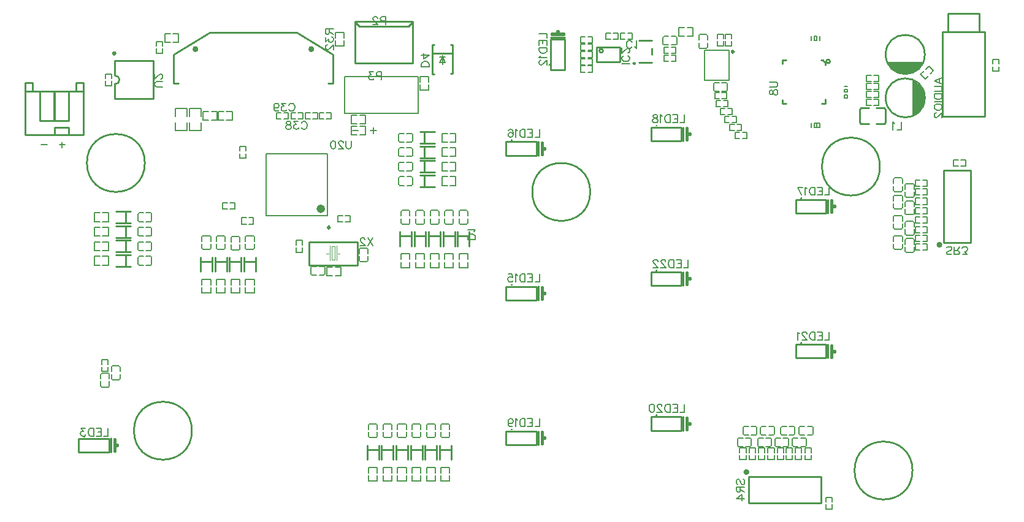
<source format=gbo>
G04 Layer: BottomSilkLayer*
G04 EasyEDA v6.3.30, 2020-03-21T18:53:40+08:00*
G04 c5f63f6c624d440bb2292f988f7b391a,d4aa0ff59f9544bb86dfcbd96f28fb4a,05*
G04 Gerber Generator version 0.2*
G04 Scale: 100 percent, Rotated: No, Reflected: No *
G04 Dimensions in millimeters *
G04 leading zeros omitted , absolute positions ,3 integer and 3 decimal *
%FSLAX33Y33*%
%MOMM*%
G90*
G71D02*

%ADD10C,0.200000*%
%ADD11C,0.254000*%
%ADD13C,0.100000*%
%ADD14C,0.399999*%
%ADD29C,0.599999*%
%ADD58C,0.203200*%
%ADD59C,0.152400*%
%ADD60C,0.150012*%
%ADD61C,0.127000*%
%ADD62C,0.299999*%

%LPD*%
G54D10*
G01X119400Y75900D02*
G01X119800Y75900D01*
G01X119400Y75900D02*
G01X119400Y76499D01*
G01X119800Y76499D01*
G01X119800Y75900D01*
G01X120200Y76499D02*
G01X120200Y75900D01*
G01X119000Y75900D02*
G01X119000Y76499D01*
G01X119400Y64499D02*
G01X120200Y64499D01*
G01X120200Y63899D01*
G01X119400Y63899D01*
G01X119400Y64499D01*
G01X119800Y64499D01*
G01X119800Y63999D01*
G01X119000Y64499D02*
G01X119000Y63899D01*
G01X123600Y68399D02*
G01X124000Y68399D01*
G01X124000Y67999D01*
G01X123600Y67999D01*
G01X123600Y68399D01*
G01X123600Y68799D02*
G01X124000Y68799D01*
G01X124000Y69199D01*
G01X123600Y69199D01*
G01X123600Y68799D01*
G01X123600Y69599D02*
G01X124000Y69599D01*
G54D59*
G01X109114Y62368D02*
G01X108479Y62368D01*
G01X108479Y63231D01*
G01X109013Y63231D01*
G01X109114Y63231D01*
G01X109495Y63231D02*
G01X110105Y63231D01*
G01X110105Y62368D01*
G01X109571Y62368D01*
G01X109495Y62368D01*
G01X108031Y75814D02*
G01X108031Y75179D01*
G01X107168Y75179D01*
G01X107168Y75712D01*
G01X107168Y75814D01*
G01X107168Y76195D02*
G01X107168Y76805D01*
G01X108031Y76805D01*
G01X108031Y76271D01*
G01X108031Y76195D01*
G01X108414Y63468D02*
G01X107779Y63468D01*
G01X107779Y64331D01*
G01X108312Y64331D01*
G01X108414Y64331D01*
G01X108795Y64331D02*
G01X109405Y64331D01*
G01X109405Y63468D01*
G01X108871Y63468D01*
G01X108795Y63468D01*
G54D60*
G01X53299Y75150D02*
G01X54500Y75150D01*
G01X53299Y75920D02*
G01X53299Y75150D01*
G01X53299Y77050D02*
G01X54500Y77050D01*
G01X53299Y76280D02*
G01X53299Y77050D01*
G01X54500Y76280D02*
G01X54500Y77050D01*
G01X54500Y75920D02*
G01X54500Y75150D01*
G01X102649Y76499D02*
G01X102649Y77700D01*
G01X101879Y76499D02*
G01X102649Y76499D01*
G01X100749Y76499D02*
G01X100749Y77700D01*
G01X101519Y76499D02*
G01X100749Y76499D01*
G01X101519Y77700D02*
G01X100749Y77700D01*
G01X101879Y77700D02*
G01X102649Y77700D01*
G01X29750Y76900D02*
G01X29750Y75699D01*
G01X30520Y76900D02*
G01X29750Y76900D01*
G01X31650Y76900D02*
G01X31650Y75699D01*
G01X30880Y76900D02*
G01X31650Y76900D01*
G01X30880Y75699D02*
G01X31650Y75699D01*
G01X30520Y75699D02*
G01X29750Y75699D01*
G54D11*
G01X128001Y66580D02*
G01X129051Y66580D01*
G01X128001Y64420D02*
G01X129051Y64420D01*
G01X127001Y66580D02*
G01X125951Y66580D01*
G01X127001Y64420D02*
G01X125951Y64420D01*
G01X129281Y66400D02*
G01X129281Y64600D01*
G01X125721Y66400D02*
G01X125721Y64600D01*
G01X125951Y66580D02*
G01X125901Y66580D01*
G01X125721Y66400D01*
G01X129051Y66580D02*
G01X129100Y66580D01*
G01X129281Y66400D01*
G01X125951Y64420D02*
G01X125901Y64420D01*
G01X125721Y64600D01*
G01X129051Y64420D02*
G01X129101Y64420D01*
G01X129281Y64600D01*
G01X49675Y45800D02*
G01X49675Y44900D01*
G01X56325Y44900D01*
G01X56325Y45800D01*
G01X56325Y47200D02*
G01X56325Y48100D01*
G01X49675Y48100D01*
G01X49675Y47200D01*
G01X56325Y45800D02*
G01X56325Y47200D01*
G01X49675Y47200D02*
G01X49675Y45800D01*
G54D13*
G01X53617Y46509D02*
G01X53917Y46509D01*
G01X53517Y45509D02*
G01X53517Y47609D01*
G01X52817Y45609D02*
G01X52817Y47509D01*
G01X53217Y47509D01*
G01X53217Y45609D01*
G01X52817Y45609D01*
G01X52517Y45509D02*
G01X52517Y47609D01*
G01X52060Y46500D02*
G01X52415Y46500D01*
G54D58*
G01X64780Y70940D02*
G01X64780Y65860D01*
G01X54620Y65860D01*
G01X54620Y70940D01*
G01X64780Y70940D01*
G54D11*
G01X56050Y78564D02*
G01X56050Y78465D01*
G01X56640Y77873D01*
G01X64001Y78585D02*
G01X64001Y78465D01*
G01X63411Y77873D01*
G01X63411Y77873D02*
G01X56640Y77873D01*
G01X64021Y78585D02*
G01X56020Y78585D01*
G01X56020Y72824D02*
G01X56020Y78564D01*
G01X64021Y72824D02*
G01X56020Y72824D01*
G01X64021Y72834D02*
G01X64021Y78574D01*
G01X91000Y73009D02*
G01X89399Y73009D01*
G01X89399Y73009D02*
G01X89399Y74000D01*
G01X91000Y73009D02*
G01X92600Y73009D01*
G01X92600Y73009D02*
G01X92600Y74000D01*
G01X92600Y74000D02*
G01X92600Y74990D01*
G01X92600Y74990D02*
G01X91000Y74990D01*
G01X89399Y74000D02*
G01X89399Y74990D01*
G01X89399Y74990D02*
G01X91000Y74990D01*
G54D59*
G01X88185Y73431D02*
G01X88820Y73431D01*
G01X88820Y72568D01*
G01X88287Y72568D01*
G01X88185Y72568D01*
G01X87804Y72568D02*
G01X87194Y72568D01*
G01X87194Y73431D01*
G01X87728Y73431D01*
G01X87804Y73431D01*
G01X91685Y76931D02*
G01X92320Y76931D01*
G01X92320Y76068D01*
G01X91787Y76068D01*
G01X91685Y76068D01*
G01X91304Y76068D02*
G01X90694Y76068D01*
G01X90694Y76931D01*
G01X91228Y76931D01*
G01X91304Y76931D01*
G01X88185Y74431D02*
G01X88820Y74431D01*
G01X88820Y73568D01*
G01X88287Y73568D01*
G01X88185Y73568D01*
G01X87804Y73568D02*
G01X87194Y73568D01*
G01X87194Y74431D01*
G01X87728Y74431D01*
G01X87804Y74431D01*
G01X127314Y70268D02*
G01X126679Y70268D01*
G01X126679Y71131D01*
G01X127212Y71131D01*
G01X127314Y71131D01*
G01X127695Y71131D02*
G01X128305Y71131D01*
G01X128305Y70268D01*
G01X127771Y70268D01*
G01X127695Y70268D01*
G01X127314Y69168D02*
G01X126679Y69168D01*
G01X126679Y70031D01*
G01X127212Y70031D01*
G01X127314Y70031D01*
G01X127695Y70031D02*
G01X128305Y70031D01*
G01X128305Y69168D01*
G01X127771Y69168D01*
G01X127695Y69168D01*
G01X127314Y66968D02*
G01X126679Y66968D01*
G01X126679Y67831D01*
G01X127212Y67831D01*
G01X127314Y67831D01*
G01X127695Y67831D02*
G01X128305Y67831D01*
G01X128305Y66968D01*
G01X127771Y66968D01*
G01X127695Y66968D01*
G01X127314Y68068D02*
G01X126679Y68068D01*
G01X126679Y68931D01*
G01X127212Y68931D01*
G01X127314Y68931D01*
G01X127695Y68931D02*
G01X128305Y68931D01*
G01X128305Y68068D01*
G01X127771Y68068D01*
G01X127695Y68068D01*
G01X106685Y68731D02*
G01X107320Y68731D01*
G01X107320Y67868D01*
G01X106787Y67868D01*
G01X106685Y67868D01*
G01X106304Y67868D02*
G01X105694Y67868D01*
G01X105694Y68731D01*
G01X106228Y68731D01*
G01X106304Y68731D01*
G01X106885Y67631D02*
G01X107520Y67631D01*
G01X107520Y66768D01*
G01X106987Y66768D01*
G01X106885Y66768D01*
G01X106504Y66768D02*
G01X105894Y66768D01*
G01X105894Y67631D01*
G01X106428Y67631D01*
G01X106504Y67631D01*
G01X107714Y64568D02*
G01X107079Y64568D01*
G01X107079Y65431D01*
G01X107612Y65431D01*
G01X107714Y65431D01*
G01X108095Y65431D02*
G01X108705Y65431D01*
G01X108705Y64568D01*
G01X108171Y64568D01*
G01X108095Y64568D01*
G01X107114Y65668D02*
G01X106479Y65668D01*
G01X106479Y66531D01*
G01X107012Y66531D01*
G01X107114Y66531D01*
G01X107495Y66531D02*
G01X108105Y66531D01*
G01X108105Y65668D01*
G01X107571Y65668D01*
G01X107495Y65668D01*
G01X106931Y75814D02*
G01X106931Y75179D01*
G01X106068Y75179D01*
G01X106068Y75712D01*
G01X106068Y75814D01*
G01X106068Y76195D02*
G01X106068Y76805D01*
G01X106931Y76805D01*
G01X106931Y76271D01*
G01X106931Y76195D01*
G01X144068Y72685D02*
G01X144068Y73320D01*
G01X144931Y73320D01*
G01X144931Y72787D01*
G01X144931Y72685D01*
G01X144931Y72304D02*
G01X144931Y71694D01*
G01X144068Y71694D01*
G01X144068Y72228D01*
G01X144068Y72304D01*
G01X134825Y71936D02*
G01X135274Y72385D01*
G01X135885Y71774D01*
G01X135508Y71397D01*
G01X135436Y71325D01*
G01X135167Y71056D02*
G01X134736Y70625D01*
G01X134125Y71235D01*
G01X134502Y71613D01*
G01X134556Y71667D01*
G01X139685Y59431D02*
G01X140320Y59431D01*
G01X140320Y58568D01*
G01X139787Y58568D01*
G01X139685Y58568D01*
G01X139304Y58568D02*
G01X138694Y58568D01*
G01X138694Y59431D01*
G01X139228Y59431D01*
G01X139304Y59431D01*
G01X134014Y46968D02*
G01X133379Y46968D01*
G01X133379Y47831D01*
G01X133912Y47831D01*
G01X134014Y47831D01*
G01X134395Y47831D02*
G01X135005Y47831D01*
G01X135005Y46968D01*
G01X134471Y46968D01*
G01X134395Y46968D01*
G01X134014Y49368D02*
G01X133379Y49368D01*
G01X133379Y50231D01*
G01X133912Y50231D01*
G01X134014Y50231D01*
G01X134395Y50231D02*
G01X135005Y50231D01*
G01X135005Y49368D01*
G01X134471Y49368D01*
G01X134395Y49368D01*
G01X134014Y51968D02*
G01X133379Y51968D01*
G01X133379Y52831D01*
G01X133912Y52831D01*
G01X134014Y52831D01*
G01X134395Y52831D02*
G01X135005Y52831D01*
G01X135005Y51968D01*
G01X134471Y51968D01*
G01X134395Y51968D01*
G01X121931Y11814D02*
G01X121931Y11179D01*
G01X121068Y11179D01*
G01X121068Y11712D01*
G01X121068Y11814D01*
G01X121068Y12195D02*
G01X121068Y12805D01*
G01X121931Y12805D01*
G01X121931Y12271D01*
G01X121931Y12195D01*
G01X134014Y54568D02*
G01X133379Y54568D01*
G01X133379Y55431D01*
G01X133912Y55431D01*
G01X134014Y55431D01*
G01X134395Y55431D02*
G01X135005Y55431D01*
G01X135005Y54568D01*
G01X134471Y54568D01*
G01X134395Y54568D01*
G01X109141Y18984D02*
G01X109141Y19619D01*
G01X110004Y19619D01*
G01X110004Y19085D01*
G01X110004Y18984D01*
G01X110004Y18603D02*
G01X110004Y17993D01*
G01X109141Y17993D01*
G01X109141Y18527D01*
G01X109141Y18603D01*
G01X111741Y18984D02*
G01X111741Y19619D01*
G01X112604Y19619D01*
G01X112604Y19085D01*
G01X112604Y18984D01*
G01X112604Y18603D02*
G01X112604Y17993D01*
G01X111741Y17993D01*
G01X111741Y18527D01*
G01X111741Y18603D01*
G01X114341Y18984D02*
G01X114341Y19619D01*
G01X115204Y19619D01*
G01X115204Y19085D01*
G01X115204Y18984D01*
G01X115204Y18603D02*
G01X115204Y17993D01*
G01X114341Y17993D01*
G01X114341Y18527D01*
G01X114341Y18603D01*
G01X87814Y74568D02*
G01X87179Y74568D01*
G01X87179Y75431D01*
G01X87712Y75431D01*
G01X87814Y75431D01*
G01X88195Y75431D02*
G01X88805Y75431D01*
G01X88805Y74568D01*
G01X88271Y74568D01*
G01X88195Y74568D01*
G01X87814Y75568D02*
G01X87179Y75568D01*
G01X87179Y76431D01*
G01X87712Y76431D01*
G01X87814Y76431D01*
G01X88195Y76431D02*
G01X88805Y76431D01*
G01X88805Y75568D01*
G01X88271Y75568D01*
G01X88195Y75568D01*
G01X134014Y55768D02*
G01X133379Y55768D01*
G01X133379Y56631D01*
G01X133912Y56631D01*
G01X134014Y56631D01*
G01X134395Y56631D02*
G01X135005Y56631D01*
G01X135005Y55768D01*
G01X134471Y55768D01*
G01X134395Y55768D01*
G01X110441Y18984D02*
G01X110441Y19619D01*
G01X111304Y19619D01*
G01X111304Y19085D01*
G01X111304Y18984D01*
G01X111304Y18603D02*
G01X111304Y17993D01*
G01X110441Y17993D01*
G01X110441Y18527D01*
G01X110441Y18603D01*
G01X113041Y18984D02*
G01X113041Y19619D01*
G01X113904Y19619D01*
G01X113904Y19085D01*
G01X113904Y18984D01*
G01X113904Y18603D02*
G01X113904Y17993D01*
G01X113041Y17993D01*
G01X113041Y18527D01*
G01X113041Y18603D01*
G01X115541Y18984D02*
G01X115541Y19619D01*
G01X116404Y19619D01*
G01X116404Y19085D01*
G01X116404Y18984D01*
G01X116404Y18603D02*
G01X116404Y17993D01*
G01X115541Y17993D01*
G01X115541Y18527D01*
G01X115541Y18603D01*
G01X134014Y48168D02*
G01X133379Y48168D01*
G01X133379Y49031D01*
G01X133912Y49031D01*
G01X134014Y49031D01*
G01X134395Y49031D02*
G01X135005Y49031D01*
G01X135005Y48168D01*
G01X134471Y48168D01*
G01X134395Y48168D01*
G01X134014Y50668D02*
G01X133379Y50668D01*
G01X133379Y51531D01*
G01X133912Y51531D01*
G01X134014Y51531D01*
G01X134395Y51531D02*
G01X135005Y51531D01*
G01X135005Y50668D01*
G01X134471Y50668D01*
G01X134395Y50668D01*
G01X134014Y53268D02*
G01X133379Y53268D01*
G01X133379Y54131D01*
G01X133912Y54131D01*
G01X134014Y54131D01*
G01X134395Y54131D02*
G01X135005Y54131D01*
G01X135005Y53268D01*
G01X134471Y53268D01*
G01X134395Y53268D01*
G01X116841Y18984D02*
G01X116841Y19619D01*
G01X117704Y19619D01*
G01X117704Y19085D01*
G01X117704Y18984D01*
G01X117704Y18603D02*
G01X117704Y17993D01*
G01X116841Y17993D01*
G01X116841Y18527D01*
G01X116841Y18603D01*
G01X118141Y18984D02*
G01X118141Y19619D01*
G01X119004Y19619D01*
G01X119004Y19085D01*
G01X119004Y18984D01*
G01X119004Y18603D02*
G01X119004Y17993D01*
G01X118141Y17993D01*
G01X118141Y18527D01*
G01X118141Y18603D01*
G01X87814Y71568D02*
G01X87179Y71568D01*
G01X87179Y72431D01*
G01X87712Y72431D01*
G01X87814Y72431D01*
G01X88195Y72431D02*
G01X88805Y72431D01*
G01X88805Y71568D01*
G01X88271Y71568D01*
G01X88195Y71568D01*
G54D10*
G01X31199Y64600D02*
G01X31199Y63500D01*
G01X32800Y63500D01*
G01X32800Y64600D01*
G01X31199Y65400D02*
G01X31199Y66500D01*
G01X32199Y66500D01*
G01X32800Y66500D01*
G01X32800Y65400D01*
G54D59*
G01X52085Y65931D02*
G01X52720Y65931D01*
G01X52720Y65068D01*
G01X52187Y65068D01*
G01X52085Y65068D01*
G01X51704Y65068D02*
G01X51094Y65068D01*
G01X51094Y65931D01*
G01X51628Y65931D01*
G01X51704Y65931D01*
G01X50185Y65931D02*
G01X50820Y65931D01*
G01X50820Y65068D01*
G01X50287Y65068D01*
G01X50185Y65068D01*
G01X49804Y65068D02*
G01X49194Y65068D01*
G01X49194Y65931D01*
G01X49728Y65931D01*
G01X49804Y65931D01*
G01X48185Y65931D02*
G01X48820Y65931D01*
G01X48820Y65068D01*
G01X48287Y65068D01*
G01X48185Y65068D01*
G01X47804Y65068D02*
G01X47194Y65068D01*
G01X47194Y65931D01*
G01X47728Y65931D01*
G01X47804Y65931D01*
G01X46185Y65931D02*
G01X46820Y65931D01*
G01X46820Y65068D01*
G01X46287Y65068D01*
G01X46185Y65068D01*
G01X45804Y65068D02*
G01X45194Y65068D01*
G01X45194Y65931D01*
G01X45728Y65931D01*
G01X45804Y65931D01*
G54D10*
G01X34800Y65399D02*
G01X34800Y66499D01*
G01X33199Y66499D01*
G01X33199Y65399D01*
G01X34800Y64599D02*
G01X34800Y63499D01*
G01X33800Y63499D01*
G01X33199Y63499D01*
G01X33199Y64599D01*
G54D59*
G01X99314Y74168D02*
G01X98679Y74168D01*
G01X98679Y75031D01*
G01X99212Y75031D01*
G01X99314Y75031D01*
G01X99695Y75031D02*
G01X100305Y75031D01*
G01X100305Y74168D01*
G01X99771Y74168D01*
G01X99695Y74168D01*
G01X93314Y76068D02*
G01X92679Y76068D01*
G01X92679Y76931D01*
G01X93212Y76931D01*
G01X93314Y76931D01*
G01X93695Y76931D02*
G01X94305Y76931D01*
G01X94305Y76068D01*
G01X93771Y76068D01*
G01X93695Y76068D01*
G01X99685Y73931D02*
G01X100320Y73931D01*
G01X100320Y73068D01*
G01X99787Y73068D01*
G01X99685Y73068D01*
G01X99304Y73068D02*
G01X98694Y73068D01*
G01X98694Y73931D01*
G01X99228Y73931D01*
G01X99304Y73931D01*
G01X22431Y70314D02*
G01X22431Y69679D01*
G01X21568Y69679D01*
G01X21568Y70213D01*
G01X21568Y70314D01*
G01X21568Y70695D02*
G01X21568Y71305D01*
G01X22431Y71305D01*
G01X22431Y70771D01*
G01X22431Y70695D01*
G01X29431Y74814D02*
G01X29431Y74179D01*
G01X28568Y74179D01*
G01X28568Y74712D01*
G01X28568Y74814D01*
G01X28568Y75195D02*
G01X28568Y75805D01*
G01X29431Y75805D01*
G01X29431Y75271D01*
G01X29431Y75195D01*
G01X21068Y31185D02*
G01X21068Y31820D01*
G01X21931Y31820D01*
G01X21931Y31287D01*
G01X21931Y31185D01*
G01X21931Y30804D02*
G01X21931Y30194D01*
G01X21068Y30194D01*
G01X21068Y30728D01*
G01X21068Y30804D01*
G01X48731Y47314D02*
G01X48731Y46679D01*
G01X47868Y46679D01*
G01X47868Y47213D01*
G01X47868Y47314D01*
G01X47868Y47695D02*
G01X47868Y48305D01*
G01X48731Y48305D01*
G01X48731Y47771D01*
G01X48731Y47695D01*
G01X41014Y50568D02*
G01X40379Y50568D01*
G01X40379Y51431D01*
G01X40912Y51431D01*
G01X41014Y51431D01*
G01X41395Y51431D02*
G01X42005Y51431D01*
G01X42005Y50568D01*
G01X41471Y50568D01*
G01X41395Y50568D01*
G01X54685Y51731D02*
G01X55320Y51731D01*
G01X55320Y50868D01*
G01X54787Y50868D01*
G01X54685Y50868D01*
G01X54304Y50868D02*
G01X53694Y50868D01*
G01X53694Y51731D01*
G01X54228Y51731D01*
G01X54304Y51731D01*
G01X38414Y52668D02*
G01X37779Y52668D01*
G01X37779Y53531D01*
G01X38312Y53531D01*
G01X38414Y53531D01*
G01X38795Y53531D02*
G01X39405Y53531D01*
G01X39405Y52668D01*
G01X38871Y52668D01*
G01X38795Y52668D01*
G01X40068Y60685D02*
G01X40068Y61320D01*
G01X40931Y61320D01*
G01X40931Y60787D01*
G01X40931Y60685D01*
G01X40931Y60304D02*
G01X40931Y59694D01*
G01X40068Y59694D01*
G01X40068Y60228D01*
G01X40068Y60304D01*
G54D60*
G01X57449Y64399D02*
G01X57449Y65600D01*
G01X56679Y64399D02*
G01X57449Y64399D01*
G01X55549Y64399D02*
G01X55549Y65600D01*
G01X56319Y64399D02*
G01X55549Y64399D01*
G01X56319Y65600D02*
G01X55549Y65600D01*
G01X56679Y65600D02*
G01X57449Y65600D01*
G01X57449Y62899D02*
G01X57449Y64100D01*
G01X56679Y62899D02*
G01X57449Y62899D01*
G01X55549Y62899D02*
G01X55549Y64100D01*
G01X56319Y62899D02*
G01X55549Y62899D01*
G01X56319Y64100D02*
G01X55549Y64100D01*
G01X56679Y64100D02*
G01X57449Y64100D01*
G54D11*
G01X97000Y75950D02*
G01X95200Y75950D01*
G01X97000Y73999D02*
G01X97000Y74800D01*
G01X97000Y72849D02*
G01X95200Y72849D01*
G01X71800Y47500D02*
G01X71800Y49500D01*
G01X70200Y47500D02*
G01X70200Y49500D01*
G01X71800Y48900D02*
G01X70199Y48900D01*
G01X38299Y43999D02*
G01X38299Y45999D01*
G01X36700Y43999D02*
G01X36700Y45999D01*
G01X38300Y45400D02*
G01X36699Y45400D01*
G01X42299Y43999D02*
G01X42299Y45999D01*
G01X40699Y43999D02*
G01X40699Y45999D01*
G01X42300Y45400D02*
G01X40699Y45400D01*
G01X40299Y43999D02*
G01X40299Y45999D01*
G01X38699Y43999D02*
G01X38699Y45999D01*
G01X40300Y45400D02*
G01X38699Y45400D01*
G01X67000Y59300D02*
G01X65000Y59300D01*
G01X67000Y57700D02*
G01X65000Y57700D01*
G01X65599Y59300D02*
G01X65599Y57699D01*
G01X66999Y63300D02*
G01X64999Y63300D01*
G01X66999Y61700D02*
G01X64999Y61700D01*
G01X65599Y63300D02*
G01X65599Y61699D01*
G01X23000Y44700D02*
G01X25000Y44700D01*
G01X23000Y46300D02*
G01X25000Y46300D01*
G01X24400Y44699D02*
G01X24400Y46300D01*
G01X36300Y43999D02*
G01X36300Y45999D01*
G01X34700Y43999D02*
G01X34700Y45999D01*
G01X36300Y45400D02*
G01X34699Y45400D01*
G01X69799Y47500D02*
G01X69799Y49500D01*
G01X68199Y47500D02*
G01X68199Y49500D01*
G01X69800Y48900D02*
G01X68199Y48900D01*
G01X67799Y47500D02*
G01X67799Y49500D01*
G01X66199Y47500D02*
G01X66199Y49500D01*
G01X67800Y48900D02*
G01X66199Y48900D01*
G01X66999Y57300D02*
G01X64999Y57300D01*
G01X66999Y55700D02*
G01X64999Y55700D01*
G01X65599Y57300D02*
G01X65599Y55699D01*
G01X67000Y61300D02*
G01X65000Y61300D01*
G01X67000Y59700D02*
G01X65000Y59700D01*
G01X65599Y61300D02*
G01X65599Y59699D01*
G01X65799Y47500D02*
G01X65799Y49500D01*
G01X64199Y47500D02*
G01X64199Y49500D01*
G01X65800Y48900D02*
G01X64199Y48900D01*
G01X63799Y47500D02*
G01X63799Y49500D01*
G01X62200Y47500D02*
G01X62200Y49500D01*
G01X63800Y48900D02*
G01X62199Y48900D01*
G01X23000Y50700D02*
G01X25000Y50700D01*
G01X23000Y52299D02*
G01X25000Y52299D01*
G01X24400Y50699D02*
G01X24400Y52300D01*
G01X23000Y48700D02*
G01X25000Y48700D01*
G01X23000Y50300D02*
G01X25000Y50300D01*
G01X24400Y48699D02*
G01X24400Y50300D01*
G01X23000Y46700D02*
G01X25000Y46700D01*
G01X23000Y48300D02*
G01X25000Y48300D01*
G01X24400Y46699D02*
G01X24400Y48300D01*
G01X63300Y18000D02*
G01X63300Y20000D01*
G01X61700Y18000D02*
G01X61700Y20000D01*
G01X63300Y19400D02*
G01X61699Y19400D01*
G01X61300Y18000D02*
G01X61300Y20000D01*
G01X59700Y18000D02*
G01X59700Y20000D01*
G01X61300Y19400D02*
G01X59699Y19400D01*
G01X59300Y18000D02*
G01X59300Y20000D01*
G01X57700Y18000D02*
G01X57700Y20000D01*
G01X59300Y19400D02*
G01X57699Y19400D01*
G01X69300Y18000D02*
G01X69300Y20000D01*
G01X67700Y18000D02*
G01X67700Y20000D01*
G01X69300Y19400D02*
G01X67699Y19400D01*
G01X67300Y18000D02*
G01X67300Y20000D01*
G01X65700Y18000D02*
G01X65700Y20000D01*
G01X67300Y19400D02*
G01X65699Y19400D01*
G01X65300Y18000D02*
G01X65300Y20000D01*
G01X63700Y18000D02*
G01X63700Y20000D01*
G01X65300Y19400D02*
G01X63699Y19400D01*
G54D60*
G01X104700Y75620D02*
G01X104700Y75000D01*
G01X104700Y75980D02*
G01X104700Y76599D01*
G01X103500Y75980D02*
G01X103500Y76599D01*
G01X103700Y76750D02*
G01X104500Y76750D01*
G01X103500Y75620D02*
G01X103500Y75000D01*
G01X103700Y74850D02*
G01X104500Y74850D01*
G01X103650Y76750D02*
G01X103700Y76750D01*
G01X104550Y76750D02*
G01X104500Y76750D01*
G01X103650Y74850D02*
G01X103700Y74850D01*
G01X104550Y74850D02*
G01X104500Y74850D01*
G01X106320Y68899D02*
G01X105700Y68899D01*
G01X106680Y68899D02*
G01X107300Y68899D01*
G01X106680Y70099D02*
G01X107300Y70099D01*
G01X107450Y69899D02*
G01X107450Y69099D01*
G01X106320Y70099D02*
G01X105700Y70099D01*
G01X105550Y69899D02*
G01X105550Y69099D01*
G01X107450Y69949D02*
G01X107450Y69899D01*
G01X107450Y69050D02*
G01X107450Y69099D01*
G01X105550Y69949D02*
G01X105550Y69899D01*
G01X105550Y69049D02*
G01X105550Y69099D01*
G01X51079Y44700D02*
G01X51699Y44700D01*
G01X50719Y44700D02*
G01X50100Y44700D01*
G01X50719Y43500D02*
G01X50100Y43500D01*
G01X49949Y43700D02*
G01X49949Y44500D01*
G01X51079Y43500D02*
G01X51699Y43500D01*
G01X51849Y43700D02*
G01X51849Y44500D01*
G01X49949Y43650D02*
G01X49949Y43700D01*
G01X49949Y44549D02*
G01X49949Y44500D01*
G01X51849Y43650D02*
G01X51849Y43700D01*
G01X51849Y44550D02*
G01X51849Y44500D01*
G01X57800Y46120D02*
G01X57800Y45500D01*
G01X57800Y46480D02*
G01X57800Y47100D01*
G01X56600Y46480D02*
G01X56600Y47100D01*
G01X56800Y47250D02*
G01X57599Y47250D01*
G01X56600Y46120D02*
G01X56600Y45500D01*
G01X56800Y45350D02*
G01X57599Y45350D01*
G01X56750Y47250D02*
G01X56800Y47250D01*
G01X57649Y47250D02*
G01X57599Y47250D01*
G01X56749Y45350D02*
G01X56800Y45350D01*
G01X57650Y45350D02*
G01X57599Y45350D01*
G54D11*
G01X69344Y74163D02*
G01X66855Y74163D01*
G54D61*
G01X68099Y72672D02*
G01X68099Y73942D01*
G01X68099Y72926D02*
G01X67718Y72926D01*
G01X67718Y72926D02*
G01X68099Y73688D01*
G01X68099Y73688D02*
G01X67718Y73688D01*
G01X68099Y72926D02*
G01X68480Y72926D01*
G01X68480Y72926D02*
G01X68099Y73688D01*
G01X68099Y73688D02*
G01X68480Y73688D01*
G54D11*
G01X66732Y71293D02*
G01X66982Y71293D01*
G01X69247Y71344D02*
G01X69496Y71344D01*
G01X66702Y75306D02*
G01X66702Y71308D01*
G01X66702Y75306D02*
G01X66952Y75306D01*
G01X69247Y75331D02*
G01X69496Y75331D01*
G01X69496Y71334D02*
G01X69496Y75331D01*
G54D60*
G01X70399Y51679D02*
G01X70399Y52299D01*
G01X70399Y51319D02*
G01X70399Y50700D01*
G01X71599Y51319D02*
G01X71599Y50700D01*
G01X71399Y50549D02*
G01X70600Y50549D01*
G01X71599Y51679D02*
G01X71599Y52299D01*
G01X71399Y52449D02*
G01X70600Y52449D01*
G01X71449Y50549D02*
G01X71399Y50549D01*
G01X70550Y50549D02*
G01X70600Y50549D01*
G01X71450Y52449D02*
G01X71399Y52449D01*
G01X70549Y52449D02*
G01X70600Y52449D01*
G01X36899Y48179D02*
G01X36899Y48799D01*
G01X36899Y47819D02*
G01X36899Y47199D01*
G01X38099Y47819D02*
G01X38099Y47199D01*
G01X37899Y47049D02*
G01X37100Y47049D01*
G01X38099Y48179D02*
G01X38099Y48799D01*
G01X37899Y48949D02*
G01X37100Y48949D01*
G01X37949Y47049D02*
G01X37899Y47049D01*
G01X37050Y47049D02*
G01X37100Y47049D01*
G01X37950Y48949D02*
G01X37899Y48949D01*
G01X37049Y48949D02*
G01X37100Y48949D01*
G01X40899Y48179D02*
G01X40899Y48799D01*
G01X40899Y47819D02*
G01X40899Y47199D01*
G01X42099Y47819D02*
G01X42099Y47199D01*
G01X41899Y47049D02*
G01X41099Y47049D01*
G01X42099Y48179D02*
G01X42099Y48799D01*
G01X41899Y48949D02*
G01X41099Y48949D01*
G01X41949Y47049D02*
G01X41899Y47049D01*
G01X41050Y47049D02*
G01X41099Y47049D01*
G01X41950Y48949D02*
G01X41899Y48949D01*
G01X41049Y48949D02*
G01X41099Y48949D01*
G01X38899Y48079D02*
G01X38899Y48699D01*
G01X38899Y47719D02*
G01X38899Y47099D01*
G01X40099Y47719D02*
G01X40099Y47099D01*
G01X39899Y46949D02*
G01X39099Y46949D01*
G01X40099Y48079D02*
G01X40099Y48699D01*
G01X39899Y48849D02*
G01X39099Y48849D01*
G01X39949Y46949D02*
G01X39899Y46949D01*
G01X39050Y46949D02*
G01X39099Y46949D01*
G01X39950Y48849D02*
G01X39899Y48849D01*
G01X39049Y48849D02*
G01X39099Y48849D01*
G01X34899Y48179D02*
G01X34899Y48799D01*
G01X34899Y47819D02*
G01X34899Y47199D01*
G01X36099Y47819D02*
G01X36099Y47199D01*
G01X35899Y47049D02*
G01X35100Y47049D01*
G01X36099Y48179D02*
G01X36099Y48799D01*
G01X35899Y48949D02*
G01X35100Y48949D01*
G01X35949Y47049D02*
G01X35899Y47049D01*
G01X35050Y47049D02*
G01X35100Y47049D01*
G01X35950Y48949D02*
G01X35899Y48949D01*
G01X35049Y48949D02*
G01X35100Y48949D01*
G01X27179Y46100D02*
G01X27799Y46100D01*
G01X26819Y46100D02*
G01X26199Y46100D01*
G01X26819Y44900D02*
G01X26199Y44900D01*
G01X26049Y45100D02*
G01X26049Y45900D01*
G01X27179Y44900D02*
G01X27799Y44900D01*
G01X27949Y45100D02*
G01X27949Y45900D01*
G01X26049Y45050D02*
G01X26049Y45100D01*
G01X26049Y45949D02*
G01X26049Y45900D01*
G01X27949Y45049D02*
G01X27949Y45100D01*
G01X27949Y45950D02*
G01X27949Y45900D01*
G01X62819Y57899D02*
G01X62199Y57899D01*
G01X63179Y57899D02*
G01X63799Y57899D01*
G01X63179Y59099D02*
G01X63799Y59099D01*
G01X63949Y58899D02*
G01X63949Y58099D01*
G01X62819Y59099D02*
G01X62199Y59099D01*
G01X62049Y58899D02*
G01X62049Y58099D01*
G01X63949Y58949D02*
G01X63949Y58899D01*
G01X63949Y58049D02*
G01X63949Y58099D01*
G01X62049Y58949D02*
G01X62049Y58899D01*
G01X62049Y58049D02*
G01X62049Y58099D01*
G01X62819Y61899D02*
G01X62199Y61899D01*
G01X63179Y61899D02*
G01X63799Y61899D01*
G01X63179Y63099D02*
G01X63799Y63099D01*
G01X63949Y62899D02*
G01X63949Y62099D01*
G01X62819Y63099D02*
G01X62199Y63099D01*
G01X62049Y62899D02*
G01X62049Y62099D01*
G01X63949Y62949D02*
G01X63949Y62899D01*
G01X63949Y62049D02*
G01X63949Y62099D01*
G01X62049Y62949D02*
G01X62049Y62899D01*
G01X62049Y62049D02*
G01X62049Y62099D01*
G01X62819Y59899D02*
G01X62199Y59899D01*
G01X63179Y59899D02*
G01X63799Y59899D01*
G01X63179Y61099D02*
G01X63799Y61099D01*
G01X63949Y60899D02*
G01X63949Y60099D01*
G01X62819Y61099D02*
G01X62199Y61099D01*
G01X62049Y60899D02*
G01X62049Y60099D01*
G01X63949Y60949D02*
G01X63949Y60899D01*
G01X63949Y60049D02*
G01X63949Y60099D01*
G01X62049Y60949D02*
G01X62049Y60899D01*
G01X62049Y60049D02*
G01X62049Y60099D01*
G01X62820Y55899D02*
G01X62200Y55899D01*
G01X63180Y55899D02*
G01X63799Y55899D01*
G01X63180Y57099D02*
G01X63799Y57099D01*
G01X63950Y56899D02*
G01X63950Y56100D01*
G01X62820Y57099D02*
G01X62200Y57099D01*
G01X62050Y56899D02*
G01X62050Y56100D01*
G01X63950Y56949D02*
G01X63950Y56899D01*
G01X63950Y56050D02*
G01X63950Y56100D01*
G01X62050Y56950D02*
G01X62050Y56899D01*
G01X62050Y56049D02*
G01X62050Y56100D01*
G01X68399Y51679D02*
G01X68399Y52299D01*
G01X68399Y51319D02*
G01X68399Y50700D01*
G01X69599Y51319D02*
G01X69599Y50700D01*
G01X69399Y50549D02*
G01X68599Y50549D01*
G01X69599Y51679D02*
G01X69599Y52299D01*
G01X69399Y52449D02*
G01X68599Y52449D01*
G01X69449Y50549D02*
G01X69399Y50549D01*
G01X68550Y50549D02*
G01X68599Y50549D01*
G01X69450Y52449D02*
G01X69399Y52449D01*
G01X68549Y52449D02*
G01X68599Y52449D01*
G01X66399Y51679D02*
G01X66399Y52299D01*
G01X66399Y51319D02*
G01X66399Y50700D01*
G01X67599Y51319D02*
G01X67599Y50700D01*
G01X67399Y50549D02*
G01X66599Y50549D01*
G01X67599Y51679D02*
G01X67599Y52299D01*
G01X67399Y52449D02*
G01X66599Y52449D01*
G01X67449Y50549D02*
G01X67399Y50549D01*
G01X66550Y50549D02*
G01X66599Y50549D01*
G01X67450Y52449D02*
G01X67399Y52449D01*
G01X66549Y52449D02*
G01X66599Y52449D01*
G01X62399Y51679D02*
G01X62399Y52299D01*
G01X62399Y51319D02*
G01X62399Y50700D01*
G01X63599Y51319D02*
G01X63599Y50700D01*
G01X63399Y50549D02*
G01X62600Y50549D01*
G01X63599Y51679D02*
G01X63599Y52299D01*
G01X63399Y52449D02*
G01X62600Y52449D01*
G01X63449Y50549D02*
G01X63399Y50549D01*
G01X62550Y50549D02*
G01X62600Y50549D01*
G01X63450Y52449D02*
G01X63399Y52449D01*
G01X62549Y52449D02*
G01X62600Y52449D01*
G01X64399Y51679D02*
G01X64399Y52299D01*
G01X64399Y51319D02*
G01X64399Y50700D01*
G01X65599Y51319D02*
G01X65599Y50700D01*
G01X65399Y50549D02*
G01X64599Y50549D01*
G01X65599Y51679D02*
G01X65599Y52299D01*
G01X65399Y52449D02*
G01X64599Y52449D01*
G01X65449Y50549D02*
G01X65399Y50549D01*
G01X64550Y50549D02*
G01X64599Y50549D01*
G01X65450Y52449D02*
G01X65399Y52449D01*
G01X64549Y52449D02*
G01X64599Y52449D01*
G01X27179Y52100D02*
G01X27799Y52100D01*
G01X26819Y52100D02*
G01X26199Y52100D01*
G01X26819Y50900D02*
G01X26199Y50900D01*
G01X26049Y51100D02*
G01X26049Y51899D01*
G01X27179Y50900D02*
G01X27799Y50900D01*
G01X27949Y51100D02*
G01X27949Y51899D01*
G01X26049Y51050D02*
G01X26049Y51100D01*
G01X26049Y51949D02*
G01X26049Y51899D01*
G01X27949Y51049D02*
G01X27949Y51100D01*
G01X27949Y51950D02*
G01X27949Y51899D01*
G01X27179Y50100D02*
G01X27799Y50100D01*
G01X26819Y50100D02*
G01X26199Y50100D01*
G01X26819Y48900D02*
G01X26199Y48900D01*
G01X26049Y49100D02*
G01X26049Y49900D01*
G01X27179Y48900D02*
G01X27799Y48900D01*
G01X27949Y49100D02*
G01X27949Y49900D01*
G01X26049Y49050D02*
G01X26049Y49100D01*
G01X26049Y49949D02*
G01X26049Y49900D01*
G01X27949Y49049D02*
G01X27949Y49100D01*
G01X27949Y49950D02*
G01X27949Y49900D01*
G01X27179Y48100D02*
G01X27799Y48100D01*
G01X26819Y48100D02*
G01X26199Y48100D01*
G01X26819Y46900D02*
G01X26199Y46900D01*
G01X26049Y47100D02*
G01X26049Y47900D01*
G01X27179Y46900D02*
G01X27799Y46900D01*
G01X27949Y47100D02*
G01X27949Y47900D01*
G01X26049Y47050D02*
G01X26049Y47100D01*
G01X26049Y47949D02*
G01X26049Y47900D01*
G01X27949Y47049D02*
G01X27949Y47100D01*
G01X27949Y47950D02*
G01X27949Y47900D01*
G01X61899Y22179D02*
G01X61899Y22800D01*
G01X61899Y21819D02*
G01X61899Y21200D01*
G01X63099Y21819D02*
G01X63099Y21200D01*
G01X62899Y21049D02*
G01X62100Y21049D01*
G01X63099Y22179D02*
G01X63099Y22800D01*
G01X62899Y22949D02*
G01X62100Y22949D01*
G01X62949Y21049D02*
G01X62899Y21049D01*
G01X62050Y21049D02*
G01X62100Y21049D01*
G01X62950Y22949D02*
G01X62899Y22949D01*
G01X62049Y22949D02*
G01X62100Y22949D01*
G01X59899Y22179D02*
G01X59899Y22800D01*
G01X59899Y21819D02*
G01X59899Y21200D01*
G01X61099Y21819D02*
G01X61099Y21200D01*
G01X60899Y21049D02*
G01X60100Y21049D01*
G01X61099Y22179D02*
G01X61099Y22800D01*
G01X60899Y22949D02*
G01X60100Y22949D01*
G01X60949Y21049D02*
G01X60899Y21049D01*
G01X60050Y21049D02*
G01X60100Y21049D01*
G01X60950Y22949D02*
G01X60899Y22949D01*
G01X60049Y22949D02*
G01X60100Y22949D01*
G01X57899Y22179D02*
G01X57899Y22800D01*
G01X57899Y21819D02*
G01X57899Y21200D01*
G01X59099Y21819D02*
G01X59099Y21200D01*
G01X58899Y21049D02*
G01X58100Y21049D01*
G01X59099Y22179D02*
G01X59099Y22800D01*
G01X58899Y22949D02*
G01X58100Y22949D01*
G01X58949Y21049D02*
G01X58899Y21049D01*
G01X58050Y21049D02*
G01X58100Y21049D01*
G01X58950Y22949D02*
G01X58899Y22949D01*
G01X58049Y22949D02*
G01X58100Y22949D01*
G01X67899Y22179D02*
G01X67899Y22800D01*
G01X67899Y21819D02*
G01X67899Y21200D01*
G01X69099Y21819D02*
G01X69099Y21200D01*
G01X68899Y21049D02*
G01X68100Y21049D01*
G01X69099Y22179D02*
G01X69099Y22800D01*
G01X68899Y22949D02*
G01X68100Y22949D01*
G01X68949Y21049D02*
G01X68899Y21049D01*
G01X68050Y21049D02*
G01X68100Y21049D01*
G01X68950Y22949D02*
G01X68899Y22949D01*
G01X68049Y22949D02*
G01X68100Y22949D01*
G01X65899Y22179D02*
G01X65899Y22800D01*
G01X65899Y21819D02*
G01X65899Y21200D01*
G01X67099Y21819D02*
G01X67099Y21200D01*
G01X66899Y21049D02*
G01X66100Y21049D01*
G01X67099Y22179D02*
G01X67099Y22800D01*
G01X66899Y22949D02*
G01X66100Y22949D01*
G01X66949Y21049D02*
G01X66899Y21049D01*
G01X66050Y21049D02*
G01X66100Y21049D01*
G01X66950Y22949D02*
G01X66899Y22949D01*
G01X66049Y22949D02*
G01X66100Y22949D01*
G01X63899Y22179D02*
G01X63899Y22800D01*
G01X63899Y21819D02*
G01X63899Y21200D01*
G01X65099Y21819D02*
G01X65099Y21200D01*
G01X64899Y21049D02*
G01X64100Y21049D01*
G01X65099Y22179D02*
G01X65099Y22800D01*
G01X64899Y22949D02*
G01X64100Y22949D01*
G01X64949Y21049D02*
G01X64899Y21049D01*
G01X64050Y21049D02*
G01X64100Y21049D01*
G01X64950Y22949D02*
G01X64899Y22949D01*
G01X64049Y22949D02*
G01X64100Y22949D01*
G01X64999Y69050D02*
G01X66200Y69050D01*
G01X64999Y69820D02*
G01X64999Y69050D01*
G01X64999Y70950D02*
G01X66200Y70950D01*
G01X64999Y70180D02*
G01X64999Y70950D01*
G01X66200Y70180D02*
G01X66200Y70950D01*
G01X66200Y69820D02*
G01X66200Y69050D01*
G54D11*
G01X10497Y68872D02*
G01X10497Y70121D01*
G01X11498Y70121D01*
G01X11498Y68872D01*
G01X12497Y68873D02*
G01X12497Y64872D01*
G01X14496Y64872D01*
G01X14496Y68873D01*
G01X14499Y62874D02*
G01X14499Y63874D01*
G01X16499Y63874D01*
G01X16499Y62874D01*
G01X17498Y68872D02*
G01X17498Y70122D01*
G01X18498Y70122D01*
G01X18498Y68872D01*
G01X14499Y68874D02*
G01X14499Y64874D01*
G01X16499Y64874D01*
G01X16499Y68874D01*
G01X18501Y62875D02*
G01X10500Y62875D01*
G01X10500Y62875D02*
G01X10500Y68874D01*
G01X18501Y68874D02*
G01X18501Y62875D01*
G01X10500Y68874D02*
G01X18501Y68874D01*
G01X140599Y48024D02*
G01X137345Y48024D01*
G01X137345Y57975D01*
G01X141028Y57975D01*
G01X141028Y48024D01*
G01X140599Y48024D01*
G01X110397Y12399D02*
G01X110397Y15653D01*
G01X120348Y15653D01*
G01X120348Y11970D01*
G01X110397Y11970D01*
G01X110397Y12399D01*
G54D60*
G01X54049Y43399D02*
G01X54049Y44600D01*
G01X53279Y43399D02*
G01X54049Y43399D01*
G01X52149Y43399D02*
G01X52149Y44600D01*
G01X52919Y43399D02*
G01X52149Y43399D01*
G01X52919Y44600D02*
G01X52149Y44600D01*
G01X53279Y44600D02*
G01X54049Y44600D01*
G01X99320Y75299D02*
G01X98700Y75299D01*
G01X99680Y75299D02*
G01X100300Y75299D01*
G01X99680Y76499D02*
G01X100300Y76499D01*
G01X100450Y76299D02*
G01X100450Y75500D01*
G01X99320Y76499D02*
G01X98700Y76499D01*
G01X98550Y76299D02*
G01X98550Y75500D01*
G01X100450Y76349D02*
G01X100450Y76299D01*
G01X100450Y75450D02*
G01X100450Y75500D01*
G01X98550Y76350D02*
G01X98550Y76299D01*
G01X98550Y75449D02*
G01X98550Y75500D01*
G01X133200Y47420D02*
G01X133200Y46799D01*
G01X133200Y47780D02*
G01X133200Y48399D01*
G01X132000Y47780D02*
G01X132000Y48399D01*
G01X132200Y48550D02*
G01X133000Y48550D01*
G01X132000Y47420D02*
G01X132000Y46799D01*
G01X132200Y46650D02*
G01X133000Y46650D01*
G01X132150Y48550D02*
G01X132200Y48550D01*
G01X133050Y48550D02*
G01X133000Y48550D01*
G01X132150Y46650D02*
G01X132200Y46650D01*
G01X133050Y46650D02*
G01X133000Y46650D01*
G01X130399Y48179D02*
G01X130399Y48799D01*
G01X130399Y47819D02*
G01X130399Y47199D01*
G01X131599Y47819D02*
G01X131599Y47199D01*
G01X131399Y47049D02*
G01X130600Y47049D01*
G01X131599Y48179D02*
G01X131599Y48799D01*
G01X131399Y48949D02*
G01X130600Y48949D01*
G01X131449Y47049D02*
G01X131399Y47049D01*
G01X130550Y47049D02*
G01X130600Y47049D01*
G01X131450Y48949D02*
G01X131399Y48949D01*
G01X130549Y48949D02*
G01X130600Y48949D01*
G01X133200Y49820D02*
G01X133200Y49199D01*
G01X133200Y50180D02*
G01X133200Y50799D01*
G01X132000Y50180D02*
G01X132000Y50799D01*
G01X132200Y50950D02*
G01X133000Y50950D01*
G01X132000Y49820D02*
G01X132000Y49199D01*
G01X132200Y49050D02*
G01X133000Y49050D01*
G01X132150Y50950D02*
G01X132200Y50950D01*
G01X133050Y50950D02*
G01X133000Y50950D01*
G01X132150Y49050D02*
G01X132200Y49050D01*
G01X133050Y49050D02*
G01X133000Y49050D01*
G01X130399Y50979D02*
G01X130399Y51599D01*
G01X130399Y50619D02*
G01X130399Y49999D01*
G01X131599Y50619D02*
G01X131599Y49999D01*
G01X131399Y49849D02*
G01X130600Y49849D01*
G01X131599Y50979D02*
G01X131599Y51599D01*
G01X131399Y51749D02*
G01X130600Y51749D01*
G01X131449Y49849D02*
G01X131399Y49849D01*
G01X130550Y49849D02*
G01X130600Y49849D01*
G01X131450Y51749D02*
G01X131399Y51749D01*
G01X130549Y51749D02*
G01X130600Y51749D01*
G01X133200Y52620D02*
G01X133200Y51999D01*
G01X133200Y52980D02*
G01X133200Y53599D01*
G01X132000Y52980D02*
G01X132000Y53599D01*
G01X132200Y53750D02*
G01X133000Y53750D01*
G01X132000Y52620D02*
G01X132000Y51999D01*
G01X132200Y51850D02*
G01X133000Y51850D01*
G01X132150Y53750D02*
G01X132200Y53750D01*
G01X133050Y53750D02*
G01X133000Y53750D01*
G01X132150Y51850D02*
G01X132200Y51850D01*
G01X133050Y51850D02*
G01X133000Y51850D01*
G01X130399Y53779D02*
G01X130399Y54399D01*
G01X130399Y53419D02*
G01X130399Y52799D01*
G01X131599Y53419D02*
G01X131599Y52799D01*
G01X131399Y52649D02*
G01X130600Y52649D01*
G01X131599Y53779D02*
G01X131599Y54399D01*
G01X131399Y54549D02*
G01X130600Y54549D01*
G01X131449Y52649D02*
G01X131399Y52649D01*
G01X130550Y52649D02*
G01X130600Y52649D01*
G01X131450Y54549D02*
G01X131399Y54549D01*
G01X130549Y54549D02*
G01X130600Y54549D01*
G01X133200Y55020D02*
G01X133200Y54399D01*
G01X133200Y55380D02*
G01X133200Y55999D01*
G01X132000Y55380D02*
G01X132000Y55999D01*
G01X132200Y56150D02*
G01X133000Y56150D01*
G01X132000Y55020D02*
G01X132000Y54399D01*
G01X132200Y54250D02*
G01X133000Y54250D01*
G01X132150Y56150D02*
G01X132200Y56150D01*
G01X133050Y56150D02*
G01X133000Y56150D01*
G01X132150Y54250D02*
G01X132200Y54250D01*
G01X133050Y54250D02*
G01X133000Y54250D01*
G01X130399Y56179D02*
G01X130399Y56799D01*
G01X130399Y55819D02*
G01X130399Y55199D01*
G01X131599Y55819D02*
G01X131599Y55199D01*
G01X131399Y55049D02*
G01X130600Y55049D01*
G01X131599Y56179D02*
G01X131599Y56799D01*
G01X131399Y56949D02*
G01X130600Y56949D01*
G01X131449Y55049D02*
G01X131399Y55049D01*
G01X130550Y55049D02*
G01X130600Y55049D01*
G01X131450Y56949D02*
G01X131399Y56949D01*
G01X130549Y56949D02*
G01X130600Y56949D01*
G01X109592Y19798D02*
G01X108972Y19798D01*
G01X109953Y19798D02*
G01X110572Y19798D01*
G01X109953Y20998D02*
G01X110572Y20998D01*
G01X110723Y20798D02*
G01X110723Y19998D01*
G01X109592Y20998D02*
G01X108972Y20998D01*
G01X108822Y20798D02*
G01X108822Y19998D01*
G01X110723Y20848D02*
G01X110723Y20798D01*
G01X110723Y19948D02*
G01X110723Y19998D01*
G01X108822Y20848D02*
G01X108822Y20798D01*
G01X108822Y19948D02*
G01X108822Y19998D01*
G01X110752Y22598D02*
G01X111372Y22598D01*
G01X110392Y22598D02*
G01X109772Y22598D01*
G01X110392Y21398D02*
G01X109772Y21398D01*
G01X109622Y21598D02*
G01X109622Y22398D01*
G01X110752Y21398D02*
G01X111372Y21398D01*
G01X111522Y21598D02*
G01X111522Y22398D01*
G01X109622Y21548D02*
G01X109622Y21598D01*
G01X109622Y22448D02*
G01X109622Y22398D01*
G01X111522Y21548D02*
G01X111522Y21598D01*
G01X111522Y22448D02*
G01X111522Y22398D01*
G01X112392Y19798D02*
G01X111772Y19798D01*
G01X112753Y19798D02*
G01X113372Y19798D01*
G01X112753Y20998D02*
G01X113372Y20998D01*
G01X113523Y20798D02*
G01X113523Y19998D01*
G01X112392Y20998D02*
G01X111772Y20998D01*
G01X111622Y20798D02*
G01X111622Y19998D01*
G01X113523Y20848D02*
G01X113523Y20798D01*
G01X113523Y19948D02*
G01X113523Y19998D01*
G01X111622Y20848D02*
G01X111622Y20798D01*
G01X111622Y19948D02*
G01X111622Y19998D01*
G01X113152Y22598D02*
G01X113772Y22598D01*
G01X112792Y22598D02*
G01X112172Y22598D01*
G01X112792Y21398D02*
G01X112172Y21398D01*
G01X112022Y21598D02*
G01X112022Y22398D01*
G01X113152Y21398D02*
G01X113772Y21398D01*
G01X113922Y21598D02*
G01X113922Y22398D01*
G01X112022Y21548D02*
G01X112022Y21598D01*
G01X112022Y22448D02*
G01X112022Y22398D01*
G01X113922Y21548D02*
G01X113922Y21598D01*
G01X113922Y22448D02*
G01X113922Y22398D01*
G01X114792Y19798D02*
G01X114172Y19798D01*
G01X115153Y19798D02*
G01X115772Y19798D01*
G01X115153Y20998D02*
G01X115772Y20998D01*
G01X115923Y20798D02*
G01X115923Y19998D01*
G01X114792Y20998D02*
G01X114172Y20998D01*
G01X114022Y20798D02*
G01X114022Y19998D01*
G01X115923Y20848D02*
G01X115923Y20798D01*
G01X115923Y19948D02*
G01X115923Y19998D01*
G01X114022Y20848D02*
G01X114022Y20798D01*
G01X114022Y19948D02*
G01X114022Y19998D01*
G01X115952Y22598D02*
G01X116572Y22598D01*
G01X115592Y22598D02*
G01X114972Y22598D01*
G01X115592Y21398D02*
G01X114972Y21398D01*
G01X114822Y21598D02*
G01X114822Y22398D01*
G01X115952Y21398D02*
G01X116572Y21398D01*
G01X116722Y21598D02*
G01X116722Y22398D01*
G01X114822Y21548D02*
G01X114822Y21598D01*
G01X114822Y22448D02*
G01X114822Y22398D01*
G01X116722Y21548D02*
G01X116722Y21598D01*
G01X116722Y22448D02*
G01X116722Y22398D01*
G01X117192Y19798D02*
G01X116572Y19798D01*
G01X117553Y19798D02*
G01X118172Y19798D01*
G01X117553Y20998D02*
G01X118172Y20998D01*
G01X118323Y20798D02*
G01X118323Y19998D01*
G01X117192Y20998D02*
G01X116572Y20998D01*
G01X116422Y20798D02*
G01X116422Y19998D01*
G01X118323Y20848D02*
G01X118323Y20798D01*
G01X118323Y19948D02*
G01X118323Y19998D01*
G01X116422Y20848D02*
G01X116422Y20798D01*
G01X116422Y19948D02*
G01X116422Y19998D01*
G01X118479Y22600D02*
G01X119100Y22600D01*
G01X118119Y22600D02*
G01X117500Y22600D01*
G01X118119Y21400D02*
G01X117500Y21400D01*
G01X117349Y21600D02*
G01X117349Y22400D01*
G01X118479Y21400D02*
G01X119100Y21400D01*
G01X119249Y21600D02*
G01X119249Y22400D01*
G01X117349Y21550D02*
G01X117349Y21600D01*
G01X117349Y22449D02*
G01X117349Y22400D01*
G01X119249Y21549D02*
G01X119249Y21600D01*
G01X119249Y22450D02*
G01X119249Y22400D01*
G01X71600Y46449D02*
G01X70399Y46449D01*
G01X71600Y45679D02*
G01X71600Y46449D01*
G01X71600Y44549D02*
G01X70399Y44549D01*
G01X71600Y45319D02*
G01X71600Y44549D01*
G01X70399Y45319D02*
G01X70399Y44549D01*
G01X70399Y45679D02*
G01X70399Y46449D01*
G01X38100Y42949D02*
G01X36899Y42949D01*
G01X38100Y42179D02*
G01X38100Y42949D01*
G01X38100Y41049D02*
G01X36899Y41049D01*
G01X38100Y41819D02*
G01X38100Y41049D01*
G01X36899Y41819D02*
G01X36899Y41049D01*
G01X36899Y42179D02*
G01X36899Y42949D01*
G01X42100Y42949D02*
G01X40899Y42949D01*
G01X42100Y42179D02*
G01X42100Y42949D01*
G01X42100Y41049D02*
G01X40899Y41049D01*
G01X42100Y41819D02*
G01X42100Y41049D01*
G01X40899Y41819D02*
G01X40899Y41049D01*
G01X40899Y42179D02*
G01X40899Y42949D01*
G01X40100Y42949D02*
G01X38899Y42949D01*
G01X40100Y42179D02*
G01X40100Y42949D01*
G01X40100Y41049D02*
G01X38899Y41049D01*
G01X40100Y41819D02*
G01X40100Y41049D01*
G01X38899Y41819D02*
G01X38899Y41049D01*
G01X38899Y42179D02*
G01X38899Y42949D01*
G01X36100Y42949D02*
G01X34899Y42949D01*
G01X36100Y42179D02*
G01X36100Y42949D01*
G01X36100Y41049D02*
G01X34899Y41049D01*
G01X36100Y41819D02*
G01X36100Y41049D01*
G01X34899Y41819D02*
G01X34899Y41049D01*
G01X34899Y42179D02*
G01X34899Y42949D01*
G01X21949Y44899D02*
G01X21949Y46100D01*
G01X21179Y44899D02*
G01X21949Y44899D01*
G01X20049Y44899D02*
G01X20049Y46100D01*
G01X20819Y44899D02*
G01X20049Y44899D01*
G01X20819Y46100D02*
G01X20049Y46100D01*
G01X21179Y46100D02*
G01X21949Y46100D01*
G01X68050Y59100D02*
G01X68050Y57899D01*
G01X68820Y59100D02*
G01X68050Y59100D01*
G01X69950Y59100D02*
G01X69950Y57899D01*
G01X69180Y59100D02*
G01X69950Y59100D01*
G01X69180Y57899D02*
G01X69950Y57899D01*
G01X68820Y57899D02*
G01X68050Y57899D01*
G01X68050Y57100D02*
G01X68050Y55899D01*
G01X68820Y57100D02*
G01X68050Y57100D01*
G01X69950Y57100D02*
G01X69950Y55899D01*
G01X69180Y57100D02*
G01X69950Y57100D01*
G01X69180Y55899D02*
G01X69950Y55899D01*
G01X68820Y55899D02*
G01X68050Y55899D01*
G01X68050Y61100D02*
G01X68050Y59899D01*
G01X68820Y61100D02*
G01X68050Y61100D01*
G01X69950Y61100D02*
G01X69950Y59899D01*
G01X69180Y61100D02*
G01X69950Y61100D01*
G01X69180Y59899D02*
G01X69950Y59899D01*
G01X68820Y59899D02*
G01X68050Y59899D01*
G01X68050Y63100D02*
G01X68050Y61899D01*
G01X68820Y63100D02*
G01X68050Y63100D01*
G01X69950Y63100D02*
G01X69950Y61899D01*
G01X69180Y63100D02*
G01X69950Y63100D01*
G01X69180Y61899D02*
G01X69950Y61899D01*
G01X68820Y61899D02*
G01X68050Y61899D01*
G01X63600Y46449D02*
G01X62399Y46449D01*
G01X63600Y45679D02*
G01X63600Y46449D01*
G01X63600Y44549D02*
G01X62399Y44549D01*
G01X63600Y45319D02*
G01X63600Y44549D01*
G01X62399Y45319D02*
G01X62399Y44549D01*
G01X62399Y45679D02*
G01X62399Y46449D01*
G01X67600Y46449D02*
G01X66399Y46449D01*
G01X67600Y45679D02*
G01X67600Y46449D01*
G01X67600Y44549D02*
G01X66399Y44549D01*
G01X67600Y45319D02*
G01X67600Y44549D01*
G01X66399Y45319D02*
G01X66399Y44549D01*
G01X66399Y45679D02*
G01X66399Y46449D01*
G01X69600Y46449D02*
G01X68399Y46449D01*
G01X69600Y45679D02*
G01X69600Y46449D01*
G01X69600Y44549D02*
G01X68399Y44549D01*
G01X69600Y45319D02*
G01X69600Y44549D01*
G01X68399Y45319D02*
G01X68399Y44549D01*
G01X68399Y45679D02*
G01X68399Y46449D01*
G01X65600Y46449D02*
G01X64399Y46449D01*
G01X65600Y45679D02*
G01X65600Y46449D01*
G01X65600Y44549D02*
G01X64399Y44549D01*
G01X65600Y45319D02*
G01X65600Y44549D01*
G01X64399Y45319D02*
G01X64399Y44549D01*
G01X64399Y45679D02*
G01X64399Y46449D01*
G01X20050Y52100D02*
G01X20050Y50899D01*
G01X20820Y52100D02*
G01X20050Y52100D01*
G01X21950Y52100D02*
G01X21950Y50899D01*
G01X21180Y52100D02*
G01X21950Y52100D01*
G01X21180Y50899D02*
G01X21950Y50899D01*
G01X20820Y50899D02*
G01X20050Y50899D01*
G01X20050Y50100D02*
G01X20050Y48899D01*
G01X20820Y50100D02*
G01X20050Y50100D01*
G01X21950Y50100D02*
G01X21950Y48899D01*
G01X21180Y50100D02*
G01X21950Y50100D01*
G01X21180Y48899D02*
G01X21950Y48899D01*
G01X20820Y48899D02*
G01X20050Y48899D01*
G01X20050Y48100D02*
G01X20050Y46899D01*
G01X20820Y48100D02*
G01X20050Y48100D01*
G01X21950Y48100D02*
G01X21950Y46899D01*
G01X21180Y48100D02*
G01X21950Y48100D01*
G01X21180Y46899D02*
G01X21950Y46899D01*
G01X20820Y46899D02*
G01X20050Y46899D01*
G01X61899Y15050D02*
G01X63100Y15050D01*
G01X61899Y15820D02*
G01X61899Y15050D01*
G01X61899Y16950D02*
G01X63100Y16950D01*
G01X61899Y16180D02*
G01X61899Y16950D01*
G01X63100Y16180D02*
G01X63100Y16950D01*
G01X63100Y15820D02*
G01X63100Y15050D01*
G01X59899Y15050D02*
G01X61100Y15050D01*
G01X59899Y15820D02*
G01X59899Y15050D01*
G01X59899Y16950D02*
G01X61100Y16950D01*
G01X59899Y16180D02*
G01X59899Y16950D01*
G01X61100Y16180D02*
G01X61100Y16950D01*
G01X61100Y15820D02*
G01X61100Y15050D01*
G01X57899Y15050D02*
G01X59100Y15050D01*
G01X57899Y15820D02*
G01X57899Y15050D01*
G01X57899Y16950D02*
G01X59100Y16950D01*
G01X57899Y16180D02*
G01X57899Y16950D01*
G01X59100Y16180D02*
G01X59100Y16950D01*
G01X59100Y15820D02*
G01X59100Y15050D01*
G01X67899Y15050D02*
G01X69100Y15050D01*
G01X67899Y15820D02*
G01X67899Y15050D01*
G01X67899Y16950D02*
G01X69100Y16950D01*
G01X67899Y16180D02*
G01X67899Y16950D01*
G01X69100Y16180D02*
G01X69100Y16950D01*
G01X69100Y15820D02*
G01X69100Y15050D01*
G01X65899Y15050D02*
G01X67100Y15050D01*
G01X65899Y15820D02*
G01X65899Y15050D01*
G01X65899Y16950D02*
G01X67100Y16950D01*
G01X65899Y16180D02*
G01X65899Y16950D01*
G01X67100Y16180D02*
G01X67100Y16950D01*
G01X67100Y15820D02*
G01X67100Y15050D01*
G01X63899Y15050D02*
G01X65100Y15050D01*
G01X63899Y15820D02*
G01X63899Y15050D01*
G01X63899Y16950D02*
G01X65100Y16950D01*
G01X63899Y16180D02*
G01X63899Y16950D01*
G01X65100Y16180D02*
G01X65100Y16950D01*
G01X65100Y15820D02*
G01X65100Y15050D01*
G54D11*
G01X52276Y69999D02*
G01X53000Y69999D01*
G01X30999Y69999D02*
G01X31629Y69999D01*
G01X53000Y69999D02*
G01X53000Y73997D01*
G01X30999Y70002D02*
G01X30999Y74000D01*
G01X53000Y74000D02*
G01X48000Y76999D01*
G01X36000Y76999D02*
G01X30999Y74000D01*
G01X47999Y77000D02*
G01X36000Y76999D01*
G01X137149Y77144D02*
G01X137149Y65460D01*
G01X142991Y65460D01*
G01X142991Y77144D01*
G01X137149Y77144D01*
G01X137911Y79684D02*
G01X137911Y77144D01*
G01X142229Y77144D01*
G01X142229Y79684D01*
G01X137911Y79684D01*
G01X22859Y72500D02*
G01X22860Y73150D01*
G01X22860Y71080D02*
G01X22860Y72500D01*
G01X22860Y68500D02*
G01X22860Y69900D01*
G01X22859Y67860D02*
G01X28129Y67860D01*
G01X28129Y73150D01*
G01X22860Y73150D01*
G01X22860Y68500D02*
G01X22860Y67860D01*
G54D10*
G01X52250Y60249D02*
G01X52250Y51749D01*
G01X43750Y51749D01*
G01X43750Y60249D01*
G01X52250Y60249D01*
G54D60*
G01X23600Y29820D02*
G01X23600Y29199D01*
G01X23600Y30180D02*
G01X23600Y30799D01*
G01X22400Y30180D02*
G01X22400Y30799D01*
G01X22600Y30950D02*
G01X23400Y30950D01*
G01X22400Y29820D02*
G01X22400Y29199D01*
G01X22600Y29050D02*
G01X23400Y29050D01*
G01X22550Y30950D02*
G01X22600Y30950D01*
G01X23449Y30950D02*
G01X23400Y30950D01*
G01X22549Y29050D02*
G01X22600Y29050D01*
G01X23450Y29050D02*
G01X23400Y29050D01*
G01X35050Y66100D02*
G01X35050Y64899D01*
G01X35820Y66100D02*
G01X35050Y66100D01*
G01X36950Y66100D02*
G01X36950Y64899D01*
G01X36180Y66100D02*
G01X36950Y66100D01*
G01X36180Y64899D02*
G01X36950Y64899D01*
G01X35820Y64899D02*
G01X35050Y64899D01*
G01X37150Y66100D02*
G01X37150Y64900D01*
G01X37920Y66100D02*
G01X37150Y66100D01*
G01X39050Y66100D02*
G01X39050Y64900D01*
G01X38280Y66100D02*
G01X39050Y66100D01*
G01X38280Y64900D02*
G01X39050Y64900D01*
G01X37920Y64900D02*
G01X37150Y64900D01*
G01X22100Y28820D02*
G01X22100Y28199D01*
G01X22100Y29180D02*
G01X22100Y29799D01*
G01X20900Y29180D02*
G01X20900Y29799D01*
G01X21100Y29950D02*
G01X21900Y29950D01*
G01X20900Y28820D02*
G01X20900Y28199D01*
G01X21100Y28050D02*
G01X21900Y28050D01*
G01X21050Y29950D02*
G01X21100Y29950D01*
G01X21949Y29950D02*
G01X21900Y29950D01*
G01X21049Y28050D02*
G01X21100Y28050D01*
G01X21950Y28050D02*
G01X21900Y28050D01*
G54D11*
G01X120997Y72587D02*
G01X120997Y72790D01*
G01X120590Y73197D01*
G01X120387Y73197D01*
G01X120997Y67812D02*
G01X120997Y67202D01*
G01X120489Y67202D01*
G01X115510Y67202D02*
G01X115002Y67202D01*
G01X115002Y67710D01*
G01X115510Y73197D02*
G01X115002Y73197D01*
G01X115002Y72689D01*
G54D58*
G01X107699Y74600D02*
G01X107699Y70400D01*
G01X104299Y70400D01*
G01X104299Y74600D01*
G01X107699Y74600D01*
G54D11*
G01X121318Y33944D02*
G01X121318Y32039D01*
G01X121070Y33938D02*
G01X116879Y33938D01*
G01X116879Y32033D01*
G01X121070Y32033D01*
G01X121070Y33938D01*
G01X121920Y33888D02*
G01X121730Y33888D01*
G01X121730Y32110D01*
G01X121920Y32110D01*
G01X121920Y33888D01*
G01X122301Y33126D02*
G01X121793Y33126D01*
G01X121793Y32872D01*
G01X122301Y32872D01*
G01X122301Y33126D01*
G01X81318Y21944D02*
G01X81318Y20039D01*
G01X81069Y21938D02*
G01X76878Y21938D01*
G01X76878Y20033D01*
G01X81069Y20033D01*
G01X81069Y21938D01*
G01X81920Y21888D02*
G01X81730Y21888D01*
G01X81730Y20110D01*
G01X81920Y20110D01*
G01X81920Y21888D01*
G01X82301Y21126D02*
G01X81793Y21126D01*
G01X81793Y20872D01*
G01X82301Y20872D01*
G01X82301Y21126D01*
G01X101318Y23944D02*
G01X101318Y22039D01*
G01X101070Y23938D02*
G01X96879Y23938D01*
G01X96879Y22033D01*
G01X101070Y22033D01*
G01X101070Y23938D01*
G01X101920Y23888D02*
G01X101730Y23888D01*
G01X101730Y22110D01*
G01X101920Y22110D01*
G01X101920Y23888D01*
G01X102301Y23126D02*
G01X101793Y23126D01*
G01X101793Y22872D01*
G01X102301Y22872D01*
G01X102301Y23126D01*
G01X81318Y41944D02*
G01X81318Y40039D01*
G01X81069Y41937D02*
G01X76878Y41937D01*
G01X76878Y40032D01*
G01X81069Y40032D01*
G01X81069Y41937D01*
G01X81920Y41888D02*
G01X81730Y41888D01*
G01X81730Y40110D01*
G01X81920Y40110D01*
G01X81920Y41888D01*
G01X82301Y41126D02*
G01X81793Y41126D01*
G01X81793Y40872D01*
G01X82301Y40872D01*
G01X82301Y41126D01*
G01X81318Y61944D02*
G01X81318Y60039D01*
G01X81069Y61938D02*
G01X76878Y61938D01*
G01X76878Y60033D01*
G01X81069Y60033D01*
G01X81069Y61938D01*
G01X81920Y61888D02*
G01X81730Y61888D01*
G01X81730Y60110D01*
G01X81920Y60110D01*
G01X81920Y61888D01*
G01X82301Y61126D02*
G01X81793Y61126D01*
G01X81793Y60872D01*
G01X82301Y60872D01*
G01X82301Y61126D01*
G01X121318Y53944D02*
G01X121318Y52039D01*
G01X121070Y53937D02*
G01X116879Y53937D01*
G01X116879Y52032D01*
G01X121070Y52032D01*
G01X121070Y53937D01*
G01X121920Y53888D02*
G01X121730Y53888D01*
G01X121730Y52110D01*
G01X121920Y52110D01*
G01X121920Y53888D01*
G01X122301Y53126D02*
G01X121793Y53126D01*
G01X121793Y52872D01*
G01X122301Y52872D01*
G01X122301Y53126D01*
G01X101318Y63944D02*
G01X101318Y62039D01*
G01X101070Y63937D02*
G01X96879Y63937D01*
G01X96879Y62032D01*
G01X101070Y62032D01*
G01X101070Y63937D01*
G01X101920Y63888D02*
G01X101730Y63888D01*
G01X101730Y62110D01*
G01X101920Y62110D01*
G01X101920Y63888D01*
G01X102301Y63126D02*
G01X101793Y63126D01*
G01X101793Y62872D01*
G01X102301Y62872D01*
G01X102301Y63126D01*
G01X101318Y43944D02*
G01X101318Y42039D01*
G01X101070Y43937D02*
G01X96879Y43937D01*
G01X96879Y42032D01*
G01X101070Y42032D01*
G01X101070Y43937D01*
G01X101920Y43888D02*
G01X101730Y43888D01*
G01X101730Y42110D01*
G01X101920Y42110D01*
G01X101920Y43888D01*
G01X102301Y43126D02*
G01X101793Y43126D01*
G01X101793Y42872D01*
G01X102301Y42872D01*
G01X102301Y43126D01*
G01X83055Y76318D02*
G01X84960Y76318D01*
G01X83062Y76070D02*
G01X83062Y71879D01*
G01X84967Y71879D01*
G01X84967Y76070D01*
G01X83062Y76070D01*
G01X83111Y76920D02*
G01X83111Y76730D01*
G01X84889Y76730D01*
G01X84889Y76920D01*
G01X83111Y76920D01*
G01X83873Y77301D02*
G01X83873Y76793D01*
G01X84127Y76793D01*
G01X84127Y77301D01*
G01X83873Y77301D01*
G01X22318Y20944D02*
G01X22318Y19039D01*
G01X22070Y20938D02*
G01X17879Y20938D01*
G01X17879Y19033D01*
G01X22070Y19033D01*
G01X22070Y20938D01*
G01X22920Y20888D02*
G01X22730Y20888D01*
G01X22730Y19110D01*
G01X22920Y19110D01*
G01X22920Y20888D01*
G01X23301Y20126D02*
G01X22793Y20126D01*
G01X22793Y19872D01*
G01X23301Y19872D01*
G01X23301Y20126D01*
G54D58*
G01X58590Y63908D02*
G01X58590Y63090D01*
G01X59000Y63499D02*
G01X58181Y63499D01*
G01X56481Y63499D02*
G01X55663Y63499D01*
G01X15590Y61908D02*
G01X15590Y61090D01*
G01X16000Y61499D02*
G01X15181Y61499D01*
G01X13481Y61499D02*
G01X12663Y61499D01*
G54D59*
G01X51946Y77499D02*
G01X53036Y77499D01*
G01X51946Y77499D02*
G01X51946Y77032D01*
G01X51997Y76877D01*
G01X52050Y76824D01*
G01X52155Y76773D01*
G01X52259Y76773D01*
G01X52363Y76824D01*
G01X52414Y76877D01*
G01X52464Y77032D01*
G01X52464Y77499D01*
G01X52464Y77136D02*
G01X53036Y76773D01*
G01X51946Y76326D02*
G01X51946Y75755D01*
G01X52363Y76064D01*
G01X52363Y75909D01*
G01X52414Y75805D01*
G01X52464Y75755D01*
G01X52622Y75701D01*
G01X52726Y75701D01*
G01X52881Y75755D01*
G01X52985Y75859D01*
G01X53036Y76014D01*
G01X53036Y76169D01*
G01X52985Y76326D01*
G01X52934Y76377D01*
G01X52830Y76430D01*
G01X52205Y75307D02*
G01X52155Y75307D01*
G01X52050Y75254D01*
G01X51997Y75203D01*
G01X51946Y75099D01*
G01X51946Y74891D01*
G01X51997Y74787D01*
G01X52050Y74736D01*
G01X52155Y74683D01*
G01X52259Y74683D01*
G01X52363Y74736D01*
G01X52518Y74840D01*
G01X53036Y75358D01*
G01X53036Y74632D01*
G01X131500Y64653D02*
G01X131500Y63562D01*
G01X131500Y63562D02*
G01X130876Y63562D01*
G01X130533Y64445D02*
G01X130429Y64497D01*
G01X130273Y64653D01*
G01X130273Y63562D01*
G01X58499Y48653D02*
G01X57772Y47562D01*
G01X57772Y48653D02*
G01X58499Y47562D01*
G01X57377Y48393D02*
G01X57377Y48445D01*
G01X57325Y48549D01*
G01X57273Y48601D01*
G01X57169Y48653D01*
G01X56962Y48653D01*
G01X56858Y48601D01*
G01X56806Y48549D01*
G01X56754Y48445D01*
G01X56754Y48341D01*
G01X56806Y48237D01*
G01X56910Y48081D01*
G01X57429Y47562D01*
G01X56702Y47562D01*
G01X59699Y71584D02*
G01X59699Y70493D01*
G01X59699Y71584D02*
G01X59231Y71584D01*
G01X59075Y71533D01*
G01X59023Y71481D01*
G01X58971Y71377D01*
G01X58971Y71221D01*
G01X59023Y71117D01*
G01X59075Y71065D01*
G01X59231Y71013D01*
G01X59699Y71013D01*
G01X58524Y71584D02*
G01X57953Y71584D01*
G01X58265Y71169D01*
G01X58109Y71169D01*
G01X58005Y71117D01*
G01X57953Y71065D01*
G01X57901Y70909D01*
G01X57901Y70805D01*
G01X57953Y70649D01*
G01X58057Y70545D01*
G01X58213Y70493D01*
G01X58368Y70493D01*
G01X58524Y70545D01*
G01X58576Y70597D01*
G01X58628Y70701D01*
G01X60254Y79225D02*
G01X60254Y78135D01*
G01X60254Y79225D02*
G01X59786Y79225D01*
G01X59631Y79174D01*
G01X59578Y79121D01*
G01X59527Y79016D01*
G01X59527Y78861D01*
G01X59578Y78757D01*
G01X59631Y78707D01*
G01X59786Y78653D01*
G01X60254Y78653D01*
G01X59131Y78966D02*
G01X59131Y79016D01*
G01X59080Y79121D01*
G01X59027Y79174D01*
G01X58923Y79225D01*
G01X58717Y79225D01*
G01X58613Y79174D01*
G01X58559Y79121D01*
G01X58509Y79016D01*
G01X58509Y78912D01*
G01X58559Y78808D01*
G01X58663Y78653D01*
G01X59184Y78135D01*
G01X58455Y78135D01*
G01X93953Y72699D02*
G01X92863Y72699D01*
G01X93694Y73822D02*
G01X93798Y73769D01*
G01X93902Y73665D01*
G01X93953Y73563D01*
G01X93953Y73355D01*
G01X93902Y73251D01*
G01X93798Y73146D01*
G01X93694Y73093D01*
G01X93536Y73042D01*
G01X93277Y73042D01*
G01X93122Y73093D01*
G01X93018Y73146D01*
G01X92914Y73251D01*
G01X92863Y73355D01*
G01X92863Y73563D01*
G01X92914Y73665D01*
G01X93018Y73769D01*
G01X93122Y73822D01*
G01X93694Y74216D02*
G01X93744Y74216D01*
G01X93849Y74269D01*
G01X93902Y74320D01*
G01X93953Y74424D01*
G01X93953Y74632D01*
G01X93902Y74736D01*
G01X93849Y74787D01*
G01X93744Y74841D01*
G01X93640Y74841D01*
G01X93536Y74787D01*
G01X93381Y74683D01*
G01X92863Y74165D01*
G01X92863Y74891D01*
G01X48620Y64494D02*
G01X48673Y64598D01*
G01X48777Y64702D01*
G01X48879Y64753D01*
G01X49087Y64753D01*
G01X49191Y64702D01*
G01X49295Y64598D01*
G01X49349Y64494D01*
G01X49400Y64336D01*
G01X49400Y64077D01*
G01X49349Y63922D01*
G01X49295Y63818D01*
G01X49191Y63714D01*
G01X49087Y63663D01*
G01X48879Y63663D01*
G01X48777Y63714D01*
G01X48673Y63818D01*
G01X48620Y63922D01*
G01X48173Y64753D02*
G01X47601Y64753D01*
G01X47914Y64336D01*
G01X47759Y64336D01*
G01X47655Y64285D01*
G01X47601Y64235D01*
G01X47550Y64077D01*
G01X47550Y63973D01*
G01X47601Y63818D01*
G01X47705Y63714D01*
G01X47863Y63663D01*
G01X48018Y63663D01*
G01X48173Y63714D01*
G01X48226Y63765D01*
G01X48277Y63869D01*
G01X46948Y64753D02*
G01X47103Y64702D01*
G01X47154Y64598D01*
G01X47154Y64494D01*
G01X47103Y64390D01*
G01X46999Y64336D01*
G01X46791Y64285D01*
G01X46636Y64235D01*
G01X46532Y64131D01*
G01X46479Y64026D01*
G01X46479Y63869D01*
G01X46532Y63765D01*
G01X46583Y63714D01*
G01X46740Y63663D01*
G01X46948Y63663D01*
G01X47103Y63714D01*
G01X47154Y63765D01*
G01X47208Y63869D01*
G01X47208Y64026D01*
G01X47154Y64131D01*
G01X47050Y64235D01*
G01X46895Y64285D01*
G01X46687Y64336D01*
G01X46583Y64390D01*
G01X46532Y64494D01*
G01X46532Y64598D01*
G01X46583Y64702D01*
G01X46740Y64753D01*
G01X46948Y64753D01*
G01X46920Y66994D02*
G01X46973Y67098D01*
G01X47077Y67202D01*
G01X47179Y67253D01*
G01X47387Y67253D01*
G01X47491Y67202D01*
G01X47595Y67098D01*
G01X47649Y66994D01*
G01X47700Y66836D01*
G01X47700Y66577D01*
G01X47649Y66422D01*
G01X47595Y66318D01*
G01X47491Y66214D01*
G01X47387Y66163D01*
G01X47179Y66163D01*
G01X47077Y66214D01*
G01X46973Y66318D01*
G01X46920Y66422D01*
G01X46473Y67253D02*
G01X45901Y67253D01*
G01X46214Y66836D01*
G01X46059Y66836D01*
G01X45955Y66785D01*
G01X45901Y66735D01*
G01X45850Y66577D01*
G01X45850Y66473D01*
G01X45901Y66318D01*
G01X46005Y66214D01*
G01X46163Y66163D01*
G01X46318Y66163D01*
G01X46473Y66214D01*
G01X46526Y66265D01*
G01X46577Y66369D01*
G01X44832Y66890D02*
G01X44883Y66735D01*
G01X44987Y66631D01*
G01X45144Y66577D01*
G01X45195Y66577D01*
G01X45350Y66631D01*
G01X45454Y66735D01*
G01X45507Y66890D01*
G01X45507Y66940D01*
G01X45454Y67098D01*
G01X45350Y67202D01*
G01X45195Y67253D01*
G01X45144Y67253D01*
G01X44987Y67202D01*
G01X44883Y67098D01*
G01X44832Y66890D01*
G01X44832Y66631D01*
G01X44883Y66369D01*
G01X44987Y66214D01*
G01X45144Y66163D01*
G01X45248Y66163D01*
G01X45403Y66214D01*
G01X45454Y66318D01*
G01X94272Y75097D02*
G01X94218Y74993D01*
G01X94114Y74889D01*
G01X94013Y74838D01*
G01X93804Y74838D01*
G01X93700Y74889D01*
G01X93596Y74993D01*
G01X93543Y75097D01*
G01X93492Y75255D01*
G01X93492Y75514D01*
G01X93543Y75669D01*
G01X93596Y75773D01*
G01X93700Y75877D01*
G01X93804Y75928D01*
G01X94013Y75928D01*
G01X94114Y75877D01*
G01X94218Y75773D01*
G01X94272Y75669D01*
G01X94615Y75047D02*
G01X94719Y74993D01*
G01X94874Y74838D01*
G01X94874Y75928D01*
G01X72660Y48415D02*
G01X71571Y48415D01*
G01X72660Y48415D02*
G01X72660Y48779D01*
G01X72610Y48936D01*
G01X72505Y49038D01*
G01X72401Y49091D01*
G01X72244Y49142D01*
G01X71985Y49142D01*
G01X71830Y49091D01*
G01X71726Y49038D01*
G01X71622Y48936D01*
G01X71571Y48779D01*
G01X71571Y48415D01*
G01X72452Y49485D02*
G01X72505Y49589D01*
G01X72660Y49746D01*
G01X71571Y49746D01*
G01X66253Y72299D02*
G01X65163Y72299D01*
G01X66253Y72299D02*
G01X66253Y72663D01*
G01X66202Y72820D01*
G01X66098Y72922D01*
G01X65994Y72975D01*
G01X65836Y73026D01*
G01X65577Y73026D01*
G01X65422Y72975D01*
G01X65318Y72922D01*
G01X65214Y72820D01*
G01X65163Y72663D01*
G01X65163Y72299D01*
G01X66253Y73890D02*
G01X65526Y73369D01*
G01X65526Y74149D01*
G01X66253Y73890D02*
G01X65163Y73890D01*
G01X138426Y46501D02*
G01X138322Y46397D01*
G01X138167Y46346D01*
G01X137959Y46346D01*
G01X137804Y46397D01*
G01X137700Y46501D01*
G01X137700Y46605D01*
G01X137750Y46710D01*
G01X137804Y46763D01*
G01X137908Y46814D01*
G01X138220Y46918D01*
G01X138322Y46969D01*
G01X138375Y47022D01*
G01X138426Y47126D01*
G01X138426Y47281D01*
G01X138322Y47385D01*
G01X138167Y47436D01*
G01X137959Y47436D01*
G01X137804Y47385D01*
G01X137700Y47281D01*
G01X138769Y46346D02*
G01X138769Y47436D01*
G01X138769Y46346D02*
G01X139236Y46346D01*
G01X139394Y46397D01*
G01X139444Y46450D01*
G01X139498Y46555D01*
G01X139498Y46659D01*
G01X139444Y46763D01*
G01X139394Y46814D01*
G01X139236Y46864D01*
G01X138769Y46864D01*
G01X139135Y46864D02*
G01X139498Y47436D01*
G01X139945Y46346D02*
G01X140516Y46346D01*
G01X140204Y46763D01*
G01X140359Y46763D01*
G01X140463Y46814D01*
G01X140516Y46864D01*
G01X140567Y47022D01*
G01X140567Y47126D01*
G01X140516Y47281D01*
G01X140412Y47385D01*
G01X140255Y47436D01*
G01X140100Y47436D01*
G01X139945Y47385D01*
G01X139892Y47334D01*
G01X139841Y47230D01*
G01X108874Y14572D02*
G01X108770Y14676D01*
G01X108719Y14831D01*
G01X108719Y15039D01*
G01X108770Y15194D01*
G01X108874Y15298D01*
G01X108978Y15298D01*
G01X109082Y15248D01*
G01X109136Y15194D01*
G01X109187Y15090D01*
G01X109291Y14778D01*
G01X109342Y14676D01*
G01X109395Y14623D01*
G01X109499Y14572D01*
G01X109654Y14572D01*
G01X109758Y14676D01*
G01X109809Y14831D01*
G01X109809Y15039D01*
G01X109758Y15194D01*
G01X109654Y15298D01*
G01X108719Y14229D02*
G01X109809Y14229D01*
G01X108719Y14229D02*
G01X108719Y13762D01*
G01X108770Y13604D01*
G01X108823Y13553D01*
G01X108928Y13500D01*
G01X109032Y13500D01*
G01X109136Y13553D01*
G01X109187Y13604D01*
G01X109237Y13762D01*
G01X109237Y14229D01*
G01X109237Y13863D02*
G01X109809Y13500D01*
G01X108719Y12639D02*
G01X109446Y13157D01*
G01X109446Y12377D01*
G01X108719Y12639D02*
G01X109809Y12639D01*
G01X135996Y70377D02*
G01X137086Y70794D01*
G01X135996Y70377D02*
G01X137086Y69963D01*
G01X136723Y70639D02*
G01X136723Y70118D01*
G01X135996Y69620D02*
G01X136776Y69620D01*
G01X136931Y69567D01*
G01X137035Y69463D01*
G01X137086Y69308D01*
G01X137086Y69203D01*
G01X137035Y69049D01*
G01X136931Y68944D01*
G01X136776Y68891D01*
G01X135996Y68891D01*
G01X135996Y68548D02*
G01X137086Y68548D01*
G01X135996Y68548D02*
G01X135996Y68185D01*
G01X136047Y68030D01*
G01X136151Y67926D01*
G01X136255Y67873D01*
G01X136413Y67822D01*
G01X136672Y67822D01*
G01X136827Y67873D01*
G01X136931Y67926D01*
G01X137035Y68030D01*
G01X137086Y68185D01*
G01X137086Y68548D01*
G01X135996Y67479D02*
G01X137086Y67479D01*
G01X135996Y66823D02*
G01X136047Y66928D01*
G01X136151Y67032D01*
G01X136255Y67085D01*
G01X136413Y67136D01*
G01X136672Y67136D01*
G01X136827Y67085D01*
G01X136931Y67032D01*
G01X137035Y66928D01*
G01X137086Y66823D01*
G01X137086Y66615D01*
G01X137035Y66514D01*
G01X136931Y66409D01*
G01X136827Y66356D01*
G01X136672Y66305D01*
G01X136413Y66305D01*
G01X136255Y66356D01*
G01X136151Y66409D01*
G01X136047Y66514D01*
G01X135996Y66615D01*
G01X135996Y66823D01*
G01X136255Y65909D02*
G01X136205Y65909D01*
G01X136100Y65858D01*
G01X136047Y65805D01*
G01X135996Y65701D01*
G01X135996Y65495D01*
G01X136047Y65391D01*
G01X136100Y65338D01*
G01X136205Y65287D01*
G01X136309Y65287D01*
G01X136413Y65338D01*
G01X136568Y65442D01*
G01X137086Y65962D01*
G01X137086Y65233D01*
G01X29453Y69500D02*
G01X28673Y69500D01*
G01X28518Y69550D01*
G01X28414Y69655D01*
G01X28363Y69812D01*
G01X28363Y69916D01*
G01X28414Y70071D01*
G01X28518Y70175D01*
G01X28673Y70226D01*
G01X29453Y70226D01*
G01X29194Y70622D02*
G01X29245Y70622D01*
G01X29349Y70673D01*
G01X29402Y70726D01*
G01X29453Y70831D01*
G01X29453Y71036D01*
G01X29402Y71140D01*
G01X29349Y71194D01*
G01X29245Y71245D01*
G01X29140Y71245D01*
G01X29036Y71194D01*
G01X28881Y71090D01*
G01X28363Y70569D01*
G01X28363Y71298D01*
G01X55499Y62053D02*
G01X55499Y61273D01*
G01X55449Y61118D01*
G01X55344Y61014D01*
G01X55187Y60963D01*
G01X55083Y60963D01*
G01X54928Y61014D01*
G01X54824Y61118D01*
G01X54773Y61273D01*
G01X54773Y62053D01*
G01X54377Y61794D02*
G01X54377Y61844D01*
G01X54326Y61948D01*
G01X54273Y62002D01*
G01X54168Y62053D01*
G01X53963Y62053D01*
G01X53859Y62002D01*
G01X53805Y61948D01*
G01X53754Y61844D01*
G01X53754Y61740D01*
G01X53805Y61636D01*
G01X53909Y61481D01*
G01X54430Y60963D01*
G01X53701Y60963D01*
G01X53048Y62053D02*
G01X53203Y62002D01*
G01X53307Y61844D01*
G01X53358Y61585D01*
G01X53358Y61430D01*
G01X53307Y61169D01*
G01X53203Y61014D01*
G01X53048Y60963D01*
G01X52944Y60963D01*
G01X52787Y61014D01*
G01X52683Y61169D01*
G01X52632Y61430D01*
G01X52632Y61585D01*
G01X52683Y61844D01*
G01X52787Y62002D01*
G01X52944Y62053D01*
G01X53048Y62053D01*
G01X113290Y70199D02*
G01X114070Y70199D01*
G01X114225Y70149D01*
G01X114329Y70045D01*
G01X114380Y69887D01*
G01X114380Y69783D01*
G01X114329Y69628D01*
G01X114225Y69524D01*
G01X114070Y69473D01*
G01X113290Y69473D01*
G01X113290Y68869D02*
G01X113341Y69026D01*
G01X113445Y69077D01*
G01X113549Y69077D01*
G01X113654Y69026D01*
G01X113707Y68922D01*
G01X113758Y68714D01*
G01X113808Y68559D01*
G01X113913Y68455D01*
G01X114017Y68401D01*
G01X114174Y68401D01*
G01X114278Y68455D01*
G01X114329Y68505D01*
G01X114380Y68663D01*
G01X114380Y68869D01*
G01X114329Y69026D01*
G01X114278Y69077D01*
G01X114174Y69130D01*
G01X114017Y69130D01*
G01X113913Y69077D01*
G01X113808Y68973D01*
G01X113758Y68818D01*
G01X113707Y68609D01*
G01X113654Y68505D01*
G01X113549Y68455D01*
G01X113445Y68455D01*
G01X113341Y68505D01*
G01X113290Y68663D01*
G01X113290Y68869D01*
G01X121500Y35653D02*
G01X121500Y34563D01*
G01X121500Y34563D02*
G01X120877Y34563D01*
G01X120534Y35653D02*
G01X120534Y34563D01*
G01X120534Y35653D02*
G01X119859Y35653D01*
G01X120534Y35135D02*
G01X120118Y35135D01*
G01X120534Y34563D02*
G01X119859Y34563D01*
G01X119516Y35653D02*
G01X119516Y34563D01*
G01X119516Y35653D02*
G01X119150Y35653D01*
G01X118995Y35602D01*
G01X118891Y35498D01*
G01X118840Y35394D01*
G01X118787Y35236D01*
G01X118787Y34977D01*
G01X118840Y34822D01*
G01X118891Y34718D01*
G01X118995Y34614D01*
G01X119150Y34563D01*
G01X119516Y34563D01*
G01X118393Y35394D02*
G01X118393Y35444D01*
G01X118340Y35549D01*
G01X118289Y35602D01*
G01X118185Y35653D01*
G01X117977Y35653D01*
G01X117872Y35602D01*
G01X117822Y35549D01*
G01X117768Y35444D01*
G01X117768Y35340D01*
G01X117822Y35236D01*
G01X117926Y35081D01*
G01X118444Y34563D01*
G01X117717Y34563D01*
G01X117375Y35444D02*
G01X117270Y35498D01*
G01X117115Y35653D01*
G01X117115Y34563D01*
G01X81499Y23653D02*
G01X81499Y22563D01*
G01X81499Y22563D02*
G01X80877Y22563D01*
G01X80534Y23653D02*
G01X80534Y22563D01*
G01X80534Y23653D02*
G01X79859Y23653D01*
G01X80534Y23135D02*
G01X80118Y23135D01*
G01X80534Y22563D02*
G01X79859Y22563D01*
G01X79516Y23653D02*
G01X79516Y22563D01*
G01X79516Y23653D02*
G01X79150Y23653D01*
G01X78995Y23602D01*
G01X78891Y23498D01*
G01X78840Y23394D01*
G01X78787Y23236D01*
G01X78787Y22977D01*
G01X78840Y22822D01*
G01X78891Y22718D01*
G01X78995Y22614D01*
G01X79150Y22563D01*
G01X79516Y22563D01*
G01X78444Y23444D02*
G01X78340Y23498D01*
G01X78185Y23653D01*
G01X78185Y22563D01*
G01X77166Y23289D02*
G01X77220Y23135D01*
G01X77321Y23030D01*
G01X77479Y22977D01*
G01X77529Y22977D01*
G01X77687Y23030D01*
G01X77791Y23135D01*
G01X77842Y23289D01*
G01X77842Y23340D01*
G01X77791Y23498D01*
G01X77687Y23602D01*
G01X77529Y23653D01*
G01X77479Y23653D01*
G01X77321Y23602D01*
G01X77220Y23498D01*
G01X77166Y23289D01*
G01X77166Y23030D01*
G01X77220Y22769D01*
G01X77321Y22614D01*
G01X77479Y22563D01*
G01X77583Y22563D01*
G01X77738Y22614D01*
G01X77791Y22718D01*
G01X101499Y25653D02*
G01X101499Y24563D01*
G01X101499Y24563D02*
G01X100877Y24563D01*
G01X100534Y25653D02*
G01X100534Y24563D01*
G01X100534Y25653D02*
G01X99859Y25653D01*
G01X100534Y25135D02*
G01X100118Y25135D01*
G01X100534Y24563D02*
G01X99859Y24563D01*
G01X99516Y25653D02*
G01X99516Y24563D01*
G01X99516Y25653D02*
G01X99150Y25653D01*
G01X98995Y25602D01*
G01X98891Y25498D01*
G01X98840Y25394D01*
G01X98787Y25236D01*
G01X98787Y24977D01*
G01X98840Y24822D01*
G01X98891Y24718D01*
G01X98995Y24614D01*
G01X99150Y24563D01*
G01X99516Y24563D01*
G01X98393Y25394D02*
G01X98393Y25444D01*
G01X98340Y25549D01*
G01X98289Y25602D01*
G01X98185Y25653D01*
G01X97976Y25653D01*
G01X97872Y25602D01*
G01X97822Y25549D01*
G01X97768Y25444D01*
G01X97768Y25340D01*
G01X97822Y25236D01*
G01X97926Y25081D01*
G01X98444Y24563D01*
G01X97717Y24563D01*
G01X97062Y25653D02*
G01X97220Y25602D01*
G01X97321Y25444D01*
G01X97374Y25185D01*
G01X97374Y25030D01*
G01X97321Y24769D01*
G01X97220Y24614D01*
G01X97062Y24563D01*
G01X96958Y24563D01*
G01X96803Y24614D01*
G01X96699Y24769D01*
G01X96648Y25030D01*
G01X96648Y25185D01*
G01X96699Y25444D01*
G01X96803Y25602D01*
G01X96958Y25653D01*
G01X97062Y25653D01*
G01X81499Y43653D02*
G01X81499Y42563D01*
G01X81499Y42563D02*
G01X80877Y42563D01*
G01X80534Y43653D02*
G01X80534Y42563D01*
G01X80534Y43653D02*
G01X79859Y43653D01*
G01X80534Y43135D02*
G01X80118Y43135D01*
G01X80534Y42563D02*
G01X79859Y42563D01*
G01X79516Y43653D02*
G01X79516Y42563D01*
G01X79516Y43653D02*
G01X79150Y43653D01*
G01X78995Y43602D01*
G01X78891Y43498D01*
G01X78840Y43394D01*
G01X78787Y43236D01*
G01X78787Y42977D01*
G01X78840Y42822D01*
G01X78891Y42718D01*
G01X78995Y42614D01*
G01X79150Y42563D01*
G01X79516Y42563D01*
G01X78444Y43444D02*
G01X78340Y43498D01*
G01X78185Y43653D01*
G01X78185Y42563D01*
G01X77220Y43653D02*
G01X77738Y43653D01*
G01X77791Y43185D01*
G01X77738Y43236D01*
G01X77583Y43289D01*
G01X77425Y43289D01*
G01X77270Y43236D01*
G01X77166Y43135D01*
G01X77115Y42977D01*
G01X77115Y42873D01*
G01X77166Y42718D01*
G01X77270Y42614D01*
G01X77425Y42563D01*
G01X77583Y42563D01*
G01X77738Y42614D01*
G01X77791Y42665D01*
G01X77842Y42769D01*
G01X81499Y63653D02*
G01X81499Y62563D01*
G01X81499Y62563D02*
G01X80877Y62563D01*
G01X80534Y63653D02*
G01X80534Y62563D01*
G01X80534Y63653D02*
G01X79859Y63653D01*
G01X80534Y63135D02*
G01X80118Y63135D01*
G01X80534Y62563D02*
G01X79859Y62563D01*
G01X79516Y63653D02*
G01X79516Y62563D01*
G01X79516Y63653D02*
G01X79150Y63653D01*
G01X78995Y63602D01*
G01X78891Y63498D01*
G01X78840Y63394D01*
G01X78787Y63236D01*
G01X78787Y62977D01*
G01X78840Y62822D01*
G01X78891Y62718D01*
G01X78995Y62614D01*
G01X79150Y62563D01*
G01X79516Y62563D01*
G01X78444Y63445D02*
G01X78340Y63498D01*
G01X78185Y63653D01*
G01X78185Y62563D01*
G01X77220Y63498D02*
G01X77270Y63602D01*
G01X77425Y63653D01*
G01X77529Y63653D01*
G01X77687Y63602D01*
G01X77791Y63445D01*
G01X77842Y63186D01*
G01X77842Y62926D01*
G01X77791Y62718D01*
G01X77687Y62614D01*
G01X77529Y62563D01*
G01X77479Y62563D01*
G01X77321Y62614D01*
G01X77220Y62718D01*
G01X77166Y62873D01*
G01X77166Y62926D01*
G01X77220Y63081D01*
G01X77321Y63186D01*
G01X77479Y63236D01*
G01X77529Y63236D01*
G01X77687Y63186D01*
G01X77791Y63081D01*
G01X77842Y62926D01*
G01X121500Y55653D02*
G01X121500Y54563D01*
G01X121500Y54563D02*
G01X120877Y54563D01*
G01X120534Y55653D02*
G01X120534Y54563D01*
G01X120534Y55653D02*
G01X119859Y55653D01*
G01X120534Y55135D02*
G01X120118Y55135D01*
G01X120534Y54563D02*
G01X119859Y54563D01*
G01X119516Y55653D02*
G01X119516Y54563D01*
G01X119516Y55653D02*
G01X119150Y55653D01*
G01X118995Y55602D01*
G01X118891Y55498D01*
G01X118840Y55394D01*
G01X118787Y55236D01*
G01X118787Y54977D01*
G01X118840Y54822D01*
G01X118891Y54718D01*
G01X118995Y54614D01*
G01X119150Y54563D01*
G01X119516Y54563D01*
G01X118444Y55444D02*
G01X118340Y55498D01*
G01X118185Y55653D01*
G01X118185Y54563D01*
G01X117115Y55653D02*
G01X117634Y54563D01*
G01X117842Y55653D02*
G01X117115Y55653D01*
G01X101499Y65653D02*
G01X101499Y64563D01*
G01X101499Y64563D02*
G01X100877Y64563D01*
G01X100534Y65653D02*
G01X100534Y64563D01*
G01X100534Y65653D02*
G01X99859Y65653D01*
G01X100534Y65135D02*
G01X100118Y65135D01*
G01X100534Y64563D02*
G01X99859Y64563D01*
G01X99516Y65653D02*
G01X99516Y64563D01*
G01X99516Y65653D02*
G01X99150Y65653D01*
G01X98995Y65602D01*
G01X98891Y65498D01*
G01X98840Y65394D01*
G01X98787Y65236D01*
G01X98787Y64977D01*
G01X98840Y64822D01*
G01X98891Y64718D01*
G01X98995Y64614D01*
G01X99150Y64563D01*
G01X99516Y64563D01*
G01X98444Y65444D02*
G01X98340Y65498D01*
G01X98185Y65653D01*
G01X98185Y64563D01*
G01X97583Y65653D02*
G01X97738Y65602D01*
G01X97791Y65498D01*
G01X97791Y65394D01*
G01X97738Y65290D01*
G01X97634Y65236D01*
G01X97425Y65185D01*
G01X97270Y65135D01*
G01X97166Y65030D01*
G01X97115Y64926D01*
G01X97115Y64769D01*
G01X97166Y64665D01*
G01X97220Y64614D01*
G01X97374Y64563D01*
G01X97583Y64563D01*
G01X97738Y64614D01*
G01X97791Y64665D01*
G01X97842Y64769D01*
G01X97842Y64926D01*
G01X97791Y65030D01*
G01X97687Y65135D01*
G01X97529Y65185D01*
G01X97321Y65236D01*
G01X97220Y65290D01*
G01X97166Y65394D01*
G01X97166Y65498D01*
G01X97220Y65602D01*
G01X97374Y65653D01*
G01X97583Y65653D01*
G01X101999Y45653D02*
G01X101999Y44563D01*
G01X101999Y44563D02*
G01X101377Y44563D01*
G01X101034Y45653D02*
G01X101034Y44563D01*
G01X101034Y45653D02*
G01X100359Y45653D01*
G01X101034Y45135D02*
G01X100618Y45135D01*
G01X101034Y44563D02*
G01X100359Y44563D01*
G01X100016Y45653D02*
G01X100016Y44563D01*
G01X100016Y45653D02*
G01X99650Y45653D01*
G01X99495Y45602D01*
G01X99391Y45498D01*
G01X99340Y45394D01*
G01X99287Y45236D01*
G01X99287Y44977D01*
G01X99340Y44822D01*
G01X99391Y44718D01*
G01X99495Y44614D01*
G01X99650Y44563D01*
G01X100016Y44563D01*
G01X98893Y45394D02*
G01X98893Y45444D01*
G01X98840Y45549D01*
G01X98789Y45602D01*
G01X98685Y45653D01*
G01X98476Y45653D01*
G01X98372Y45602D01*
G01X98322Y45549D01*
G01X98268Y45444D01*
G01X98268Y45340D01*
G01X98322Y45236D01*
G01X98426Y45081D01*
G01X98944Y44563D01*
G01X98217Y44563D01*
G01X97821Y45394D02*
G01X97821Y45444D01*
G01X97770Y45549D01*
G01X97720Y45602D01*
G01X97615Y45653D01*
G01X97407Y45653D01*
G01X97303Y45602D01*
G01X97250Y45549D01*
G01X97199Y45444D01*
G01X97199Y45340D01*
G01X97250Y45236D01*
G01X97354Y45081D01*
G01X97874Y44563D01*
G01X97148Y44563D01*
G01X81446Y76900D02*
G01X82536Y76900D01*
G01X82536Y76900D02*
G01X82536Y76277D01*
G01X81446Y75934D02*
G01X82536Y75934D01*
G01X81446Y75934D02*
G01X81446Y75259D01*
G01X81964Y75934D02*
G01X81964Y75518D01*
G01X82536Y75934D02*
G01X82536Y75259D01*
G01X81446Y74916D02*
G01X82536Y74916D01*
G01X81446Y74916D02*
G01X81446Y74550D01*
G01X81497Y74395D01*
G01X81601Y74291D01*
G01X81705Y74240D01*
G01X81863Y74187D01*
G01X82122Y74187D01*
G01X82277Y74240D01*
G01X82381Y74291D01*
G01X82485Y74395D01*
G01X82536Y74550D01*
G01X82536Y74916D01*
G01X81654Y73844D02*
G01X81601Y73740D01*
G01X81446Y73585D01*
G01X82536Y73585D01*
G01X81705Y73191D02*
G01X81654Y73191D01*
G01X81550Y73138D01*
G01X81497Y73087D01*
G01X81446Y72983D01*
G01X81446Y72775D01*
G01X81497Y72670D01*
G01X81550Y72620D01*
G01X81654Y72566D01*
G01X81759Y72566D01*
G01X81863Y72620D01*
G01X82018Y72721D01*
G01X82536Y73242D01*
G01X82536Y72516D01*
G01X21900Y22353D02*
G01X21900Y21263D01*
G01X21900Y21263D02*
G01X21277Y21263D01*
G01X20934Y22353D02*
G01X20934Y21263D01*
G01X20934Y22353D02*
G01X20259Y22353D01*
G01X20934Y21834D02*
G01X20518Y21834D01*
G01X20934Y21263D02*
G01X20259Y21263D01*
G01X19916Y22353D02*
G01X19916Y21263D01*
G01X19916Y22353D02*
G01X19550Y22353D01*
G01X19395Y22302D01*
G01X19291Y22198D01*
G01X19240Y22094D01*
G01X19187Y21936D01*
G01X19187Y21677D01*
G01X19240Y21522D01*
G01X19291Y21418D01*
G01X19395Y21314D01*
G01X19550Y21263D01*
G01X19916Y21263D01*
G01X18740Y22353D02*
G01X18168Y22353D01*
G01X18481Y21936D01*
G01X18326Y21936D01*
G01X18222Y21885D01*
G01X18168Y21834D01*
G01X18117Y21677D01*
G01X18117Y21573D01*
G01X18168Y21418D01*
G01X18272Y21314D01*
G01X18430Y21263D01*
G01X18585Y21263D01*
G01X18740Y21314D01*
G01X18793Y21365D01*
G01X18844Y21469D01*
G54D60*
G75*
G01X103500Y76600D02*
G02X103650Y76750I150J0D01*
G01*
G75*
G01X104700Y76600D02*
G03X104550Y76750I-150J0D01*
G01*
G75*
G01X103500Y75000D02*
G03X103650Y74850I150J0D01*
G01*
G75*
G01X104700Y75000D02*
G02X104550Y74850I-150J0D01*
G01*
G75*
G01X107300Y70100D02*
G02X107450Y69950I0J-150D01*
G01*
G75*
G01X107300Y68900D02*
G03X107450Y69050I0J150D01*
G01*
G75*
G01X105700Y70100D02*
G03X105550Y69950I0J-150D01*
G01*
G75*
G01X105700Y68900D02*
G02X105550Y69050I0J150D01*
G01*
G75*
G01X50100Y43500D02*
G02X49950Y43650I0J150D01*
G01*
G75*
G01X50100Y44700D02*
G03X49950Y44550I0J-150D01*
G01*
G75*
G01X51700Y43500D02*
G03X51850Y43650I0J150D01*
G01*
G75*
G01X51700Y44700D02*
G02X51850Y44550I0J-150D01*
G01*
G75*
G01X56600Y47100D02*
G02X56750Y47250I150J0D01*
G01*
G75*
G01X57800Y47100D02*
G03X57650Y47250I-150J0D01*
G01*
G75*
G01X56600Y45500D02*
G03X56750Y45350I150J0D01*
G01*
G75*
G01X57800Y45500D02*
G02X57650Y45350I-150J0D01*
G01*
G75*
G01X71600Y50700D02*
G02X71450Y50550I-150J0D01*
G01*
G75*
G01X70400Y50700D02*
G03X70550Y50550I150J0D01*
G01*
G75*
G01X71600Y52300D02*
G03X71450Y52450I-150J0D01*
G01*
G75*
G01X70400Y52300D02*
G02X70550Y52450I150J0D01*
G01*
G75*
G01X38100Y47200D02*
G02X37950Y47050I-150J0D01*
G01*
G75*
G01X36900Y47200D02*
G03X37050Y47050I150J0D01*
G01*
G75*
G01X38100Y48800D02*
G03X37950Y48950I-150J0D01*
G01*
G75*
G01X36900Y48800D02*
G02X37050Y48950I150J0D01*
G01*
G75*
G01X42100Y47200D02*
G02X41950Y47050I-150J0D01*
G01*
G75*
G01X40900Y47200D02*
G03X41050Y47050I150J0D01*
G01*
G75*
G01X42100Y48800D02*
G03X41950Y48950I-150J0D01*
G01*
G75*
G01X40900Y48800D02*
G02X41050Y48950I150J0D01*
G01*
G75*
G01X40100Y47100D02*
G02X39950Y46950I-150J0D01*
G01*
G75*
G01X38900Y47100D02*
G03X39050Y46950I150J0D01*
G01*
G75*
G01X40100Y48700D02*
G03X39950Y48850I-150J0D01*
G01*
G75*
G01X38900Y48700D02*
G02X39050Y48850I150J0D01*
G01*
G75*
G01X36100Y47200D02*
G02X35950Y47050I-150J0D01*
G01*
G75*
G01X34900Y47200D02*
G03X35050Y47050I150J0D01*
G01*
G75*
G01X36100Y48800D02*
G03X35950Y48950I-150J0D01*
G01*
G75*
G01X34900Y48800D02*
G02X35050Y48950I150J0D01*
G01*
G75*
G01X26200Y44900D02*
G02X26050Y45050I0J150D01*
G01*
G75*
G01X26200Y46100D02*
G03X26050Y45950I0J-150D01*
G01*
G75*
G01X27800Y44900D02*
G03X27950Y45050I0J150D01*
G01*
G75*
G01X27800Y46100D02*
G02X27950Y45950I0J-150D01*
G01*
G75*
G01X63800Y59100D02*
G02X63950Y58950I0J-150D01*
G01*
G75*
G01X63800Y57900D02*
G03X63950Y58050I0J150D01*
G01*
G75*
G01X62200Y59100D02*
G03X62050Y58950I0J-150D01*
G01*
G75*
G01X62200Y57900D02*
G02X62050Y58050I0J150D01*
G01*
G75*
G01X63800Y63100D02*
G02X63950Y62950I0J-150D01*
G01*
G75*
G01X63800Y61900D02*
G03X63950Y62050I0J150D01*
G01*
G75*
G01X62200Y63100D02*
G03X62050Y62950I0J-150D01*
G01*
G75*
G01X62200Y61900D02*
G02X62050Y62050I0J150D01*
G01*
G75*
G01X63800Y61100D02*
G02X63950Y60950I0J-150D01*
G01*
G75*
G01X63800Y59900D02*
G03X63950Y60050I0J150D01*
G01*
G75*
G01X62200Y61100D02*
G03X62050Y60950I0J-150D01*
G01*
G75*
G01X62200Y59900D02*
G02X62050Y60050I0J150D01*
G01*
G75*
G01X63800Y57100D02*
G02X63950Y56950I0J-150D01*
G01*
G75*
G01X63800Y55900D02*
G03X63950Y56050I0J150D01*
G01*
G75*
G01X62200Y57100D02*
G03X62050Y56950I0J-150D01*
G01*
G75*
G01X62200Y55900D02*
G02X62050Y56050I0J150D01*
G01*
G75*
G01X69600Y50700D02*
G02X69450Y50550I-150J0D01*
G01*
G75*
G01X68400Y50700D02*
G03X68550Y50550I150J0D01*
G01*
G75*
G01X69600Y52300D02*
G03X69450Y52450I-150J0D01*
G01*
G75*
G01X68400Y52300D02*
G02X68550Y52450I150J0D01*
G01*
G75*
G01X67600Y50700D02*
G02X67450Y50550I-150J0D01*
G01*
G75*
G01X66400Y50700D02*
G03X66550Y50550I150J0D01*
G01*
G75*
G01X67600Y52300D02*
G03X67450Y52450I-150J0D01*
G01*
G75*
G01X66400Y52300D02*
G02X66550Y52450I150J0D01*
G01*
G75*
G01X63600Y50700D02*
G02X63450Y50550I-150J0D01*
G01*
G75*
G01X62400Y50700D02*
G03X62550Y50550I150J0D01*
G01*
G75*
G01X63600Y52300D02*
G03X63450Y52450I-150J0D01*
G01*
G75*
G01X62400Y52300D02*
G02X62550Y52450I150J0D01*
G01*
G75*
G01X65600Y50700D02*
G02X65450Y50550I-150J0D01*
G01*
G75*
G01X64400Y50700D02*
G03X64550Y50550I150J0D01*
G01*
G75*
G01X65600Y52300D02*
G03X65450Y52450I-150J0D01*
G01*
G75*
G01X64400Y52300D02*
G02X64550Y52450I150J0D01*
G01*
G75*
G01X26200Y50900D02*
G02X26050Y51050I0J150D01*
G01*
G75*
G01X26200Y52100D02*
G03X26050Y51950I0J-150D01*
G01*
G75*
G01X27800Y50900D02*
G03X27950Y51050I0J150D01*
G01*
G75*
G01X27800Y52100D02*
G02X27950Y51950I0J-150D01*
G01*
G75*
G01X26200Y48900D02*
G02X26050Y49050I0J150D01*
G01*
G75*
G01X26200Y50100D02*
G03X26050Y49950I0J-150D01*
G01*
G75*
G01X27800Y48900D02*
G03X27950Y49050I0J150D01*
G01*
G75*
G01X27800Y50100D02*
G02X27950Y49950I0J-150D01*
G01*
G75*
G01X26200Y46900D02*
G02X26050Y47050I0J150D01*
G01*
G75*
G01X26200Y48100D02*
G03X26050Y47950I0J-150D01*
G01*
G75*
G01X27800Y46900D02*
G03X27950Y47050I0J150D01*
G01*
G75*
G01X27800Y48100D02*
G02X27950Y47950I0J-150D01*
G01*
G75*
G01X63100Y21200D02*
G02X62950Y21050I-150J0D01*
G01*
G75*
G01X61900Y21200D02*
G03X62050Y21050I150J0D01*
G01*
G75*
G01X63100Y22800D02*
G03X62950Y22950I-150J0D01*
G01*
G75*
G01X61900Y22800D02*
G02X62050Y22950I150J0D01*
G01*
G75*
G01X61100Y21200D02*
G02X60950Y21050I-150J0D01*
G01*
G75*
G01X59900Y21200D02*
G03X60050Y21050I150J0D01*
G01*
G75*
G01X61100Y22800D02*
G03X60950Y22950I-150J0D01*
G01*
G75*
G01X59900Y22800D02*
G02X60050Y22950I150J0D01*
G01*
G75*
G01X59100Y21200D02*
G02X58950Y21050I-150J0D01*
G01*
G75*
G01X57900Y21200D02*
G03X58050Y21050I150J0D01*
G01*
G75*
G01X59100Y22800D02*
G03X58950Y22950I-150J0D01*
G01*
G75*
G01X57900Y22800D02*
G02X58050Y22950I150J0D01*
G01*
G75*
G01X69100Y21200D02*
G02X68950Y21050I-150J0D01*
G01*
G75*
G01X67900Y21200D02*
G03X68050Y21050I150J0D01*
G01*
G75*
G01X69100Y22800D02*
G03X68950Y22950I-150J0D01*
G01*
G75*
G01X67900Y22800D02*
G02X68050Y22950I150J0D01*
G01*
G75*
G01X67100Y21200D02*
G02X66950Y21050I-150J0D01*
G01*
G75*
G01X65900Y21200D02*
G03X66050Y21050I150J0D01*
G01*
G75*
G01X67100Y22800D02*
G03X66950Y22950I-150J0D01*
G01*
G75*
G01X65900Y22800D02*
G02X66050Y22950I150J0D01*
G01*
G75*
G01X65100Y21200D02*
G02X64950Y21050I-150J0D01*
G01*
G75*
G01X63900Y21200D02*
G03X64050Y21050I150J0D01*
G01*
G75*
G01X65100Y22800D02*
G03X64950Y22950I-150J0D01*
G01*
G75*
G01X63900Y22800D02*
G02X64050Y22950I150J0D01*
G01*
G54D14*
G75*
G01X136914Y47691D02*
G02X136914Y47694I-200J2D01*
G01*
G75*
G01X110064Y16085D02*
G02X110067Y16085I2J200D01*
G01*
G54D60*
G75*
G01X100300Y76500D02*
G02X100450Y76350I0J-150D01*
G01*
G75*
G01X100300Y75300D02*
G03X100450Y75450I0J150D01*
G01*
G75*
G01X98700Y76500D02*
G03X98550Y76350I0J-150D01*
G01*
G75*
G01X98700Y75300D02*
G02X98550Y75450I0J150D01*
G01*
G75*
G01X132000Y48400D02*
G02X132150Y48550I150J0D01*
G01*
G75*
G01X133200Y48400D02*
G03X133050Y48550I-150J0D01*
G01*
G75*
G01X132000Y46800D02*
G03X132150Y46650I150J0D01*
G01*
G75*
G01X133200Y46800D02*
G02X133050Y46650I-150J0D01*
G01*
G75*
G01X131600Y47200D02*
G02X131450Y47050I-150J0D01*
G01*
G75*
G01X130400Y47200D02*
G03X130550Y47050I150J0D01*
G01*
G75*
G01X131600Y48800D02*
G03X131450Y48950I-150J0D01*
G01*
G75*
G01X130400Y48800D02*
G02X130550Y48950I150J0D01*
G01*
G75*
G01X132000Y50800D02*
G02X132150Y50950I150J0D01*
G01*
G75*
G01X133200Y50800D02*
G03X133050Y50950I-150J0D01*
G01*
G75*
G01X132000Y49200D02*
G03X132150Y49050I150J0D01*
G01*
G75*
G01X133200Y49200D02*
G02X133050Y49050I-150J0D01*
G01*
G75*
G01X131600Y50000D02*
G02X131450Y49850I-150J0D01*
G01*
G75*
G01X130400Y50000D02*
G03X130550Y49850I150J0D01*
G01*
G75*
G01X131600Y51600D02*
G03X131450Y51750I-150J0D01*
G01*
G75*
G01X130400Y51600D02*
G02X130550Y51750I150J0D01*
G01*
G75*
G01X132000Y53600D02*
G02X132150Y53750I150J0D01*
G01*
G75*
G01X133200Y53600D02*
G03X133050Y53750I-150J0D01*
G01*
G75*
G01X132000Y52000D02*
G03X132150Y51850I150J0D01*
G01*
G75*
G01X133200Y52000D02*
G02X133050Y51850I-150J0D01*
G01*
G75*
G01X131600Y52800D02*
G02X131450Y52650I-150J0D01*
G01*
G75*
G01X130400Y52800D02*
G03X130550Y52650I150J0D01*
G01*
G75*
G01X131600Y54400D02*
G03X131450Y54550I-150J0D01*
G01*
G75*
G01X130400Y54400D02*
G02X130550Y54550I150J0D01*
G01*
G75*
G01X132000Y56000D02*
G02X132150Y56150I150J0D01*
G01*
G75*
G01X133200Y56000D02*
G03X133050Y56150I-150J0D01*
G01*
G75*
G01X132000Y54400D02*
G03X132150Y54250I150J0D01*
G01*
G75*
G01X133200Y54400D02*
G02X133050Y54250I-150J0D01*
G01*
G75*
G01X131600Y55200D02*
G02X131450Y55050I-150J0D01*
G01*
G75*
G01X130400Y55200D02*
G03X130550Y55050I150J0D01*
G01*
G75*
G01X131600Y56800D02*
G03X131450Y56950I-150J0D01*
G01*
G75*
G01X130400Y56800D02*
G02X130550Y56950I150J0D01*
G01*
G75*
G01X110573Y20999D02*
G02X110723Y20849I0J-150D01*
G01*
G75*
G01X110573Y19799D02*
G03X110723Y19949I0J150D01*
G01*
G75*
G01X108973Y20999D02*
G03X108823Y20849I0J-150D01*
G01*
G75*
G01X108973Y19799D02*
G02X108823Y19949I0J150D01*
G01*
G75*
G01X109773Y21399D02*
G02X109623Y21549I0J150D01*
G01*
G75*
G01X109773Y22599D02*
G03X109623Y22449I0J-150D01*
G01*
G75*
G01X111373Y21399D02*
G03X111523Y21549I0J150D01*
G01*
G75*
G01X111373Y22599D02*
G02X111523Y22449I0J-150D01*
G01*
G75*
G01X113373Y20999D02*
G02X113523Y20849I0J-150D01*
G01*
G75*
G01X113373Y19799D02*
G03X113523Y19949I0J150D01*
G01*
G75*
G01X111773Y20999D02*
G03X111623Y20849I0J-150D01*
G01*
G75*
G01X111773Y19799D02*
G02X111623Y19949I0J150D01*
G01*
G75*
G01X112173Y21399D02*
G02X112023Y21549I0J150D01*
G01*
G75*
G01X112173Y22599D02*
G03X112023Y22449I0J-150D01*
G01*
G75*
G01X113773Y21399D02*
G03X113923Y21549I0J150D01*
G01*
G75*
G01X113773Y22599D02*
G02X113923Y22449I0J-150D01*
G01*
G75*
G01X115773Y20999D02*
G02X115923Y20849I0J-150D01*
G01*
G75*
G01X115773Y19799D02*
G03X115923Y19949I0J150D01*
G01*
G75*
G01X114173Y20999D02*
G03X114023Y20849I0J-150D01*
G01*
G75*
G01X114173Y19799D02*
G02X114023Y19949I0J150D01*
G01*
G75*
G01X114973Y21399D02*
G02X114823Y21549I0J150D01*
G01*
G75*
G01X114973Y22599D02*
G03X114823Y22449I0J-150D01*
G01*
G75*
G01X116573Y21399D02*
G03X116723Y21549I0J150D01*
G01*
G75*
G01X116573Y22599D02*
G02X116723Y22449I0J-150D01*
G01*
G75*
G01X118173Y20999D02*
G02X118323Y20849I0J-150D01*
G01*
G75*
G01X118173Y19799D02*
G03X118323Y19949I0J150D01*
G01*
G75*
G01X116573Y20999D02*
G03X116423Y20849I0J-150D01*
G01*
G75*
G01X116573Y19799D02*
G02X116423Y19949I0J150D01*
G01*
G75*
G01X117500Y21400D02*
G02X117350Y21550I0J150D01*
G01*
G75*
G01X117500Y22600D02*
G03X117350Y22450I0J-150D01*
G01*
G75*
G01X119100Y21400D02*
G03X119250Y21550I0J150D01*
G01*
G75*
G01X119100Y22600D02*
G02X119250Y22450I0J-150D01*
G01*
G54D11*
G75*
G01X22870Y69900D02*
G03X22870Y71080I45J590D01*
G01*
G54D29*
G75*
G01X51299Y52975D02*
G02X51294Y52975I-2J-300D01*
G01*
G54D62*
G75*
G01X52399Y50249D02*
G02X52397Y50249I-1J-150D01*
G01*
G54D60*
G75*
G01X22400Y30800D02*
G02X22550Y30950I150J0D01*
G01*
G75*
G01X23600Y30800D02*
G03X23450Y30950I-150J0D01*
G01*
G75*
G01X22400Y29200D02*
G03X22550Y29050I150J0D01*
G01*
G75*
G01X23600Y29200D02*
G02X23450Y29050I-150J0D01*
G01*
G75*
G01X20900Y29800D02*
G02X21050Y29950I150J0D01*
G01*
G75*
G01X22100Y29800D02*
G03X21950Y29950I-150J0D01*
G01*
G75*
G01X20900Y28200D02*
G03X21050Y28050I150J0D01*
G01*
G75*
G01X22100Y28200D02*
G02X21950Y28050I-150J0D01*
G01*
G54D62*
G75*
G01X108050Y74400D02*
G02X108050Y74397I150J-1D01*
G01*
G54D11*
G75*
G01X134700Y68000D02*
G03X134700Y68000I-2700J0D01*
G01*
G75*
G01X134700Y74000D02*
G03X134700Y74000I-2700J0D01*
G01*
G75*
G01X90263Y74508D02*
G03X90263Y74508I-254J0D01*
G01*
G75*
G01X94703Y72749D02*
G03X94703Y72749I-127J0D01*
G01*
G54D14*
G75*
G01X50192Y74737D02*
G03X50192Y74737I-201J0D01*
G01*
G75*
G01X34190Y74737D02*
G03X34190Y74737I-201J0D01*
G01*
G54D11*
G75*
G01X22960Y74150D02*
G03X22960Y74150I-190J0D01*
G01*
G75*
G01X121607Y73045D02*
G03X121607Y73045I-254J0D01*
G01*
G75*
G01X117657Y34156D02*
G03X117657Y34156I-63J0D01*
G01*
G75*
G01X77657Y22156D02*
G03X77657Y22156I-63J0D01*
G01*
G75*
G01X97657Y24156D02*
G03X97657Y24156I-63J0D01*
G01*
G75*
G01X77657Y42156D02*
G03X77657Y42156I-63J0D01*
G01*
G75*
G01X77657Y62156D02*
G03X77657Y62156I-63J0D01*
G01*
G75*
G01X117657Y54156D02*
G03X117657Y54156I-63J0D01*
G01*
G75*
G01X97657Y64156D02*
G03X97657Y64156I-63J0D01*
G01*
G75*
G01X97657Y44156D02*
G03X97657Y44156I-63J0D01*
G01*
G75*
G01X82908Y72593D02*
G03X82908Y72593I-63J0D01*
G01*
G75*
G01X18656Y21156D02*
G03X18656Y21156I-63J0D01*
G01*
G75*
G01X88500Y55000D02*
G03X88500Y55000I-4000J0D01*
G01*
G75*
G01X128500Y58500D02*
G03X128500Y58500I-4000J0D01*
G01*
G75*
G01X133000Y16500D02*
G03X133000Y16500I-4000J0D01*
G01*
G75*
G01X33500Y22000D02*
G03X33500Y22000I-4000J0D01*
G01*
G75*
G01X27000Y59000D02*
G03X27000Y59000I-4000J0D01*
G01*

%LPD*%
G36*
G01X134400Y69399D02*
G01X133000Y70499D01*
G01X133000Y65499D01*
G01X133800Y65899D01*
G01X134700Y67299D01*
G01X134400Y69399D01*
G37*

%LPD*%
G36*
G01X134500Y73000D02*
G01X129500Y73000D01*
G01X129900Y72200D01*
G01X131300Y71300D01*
G01X133400Y71600D01*
G01X134500Y73000D01*
G37*
M00*
M02*

</source>
